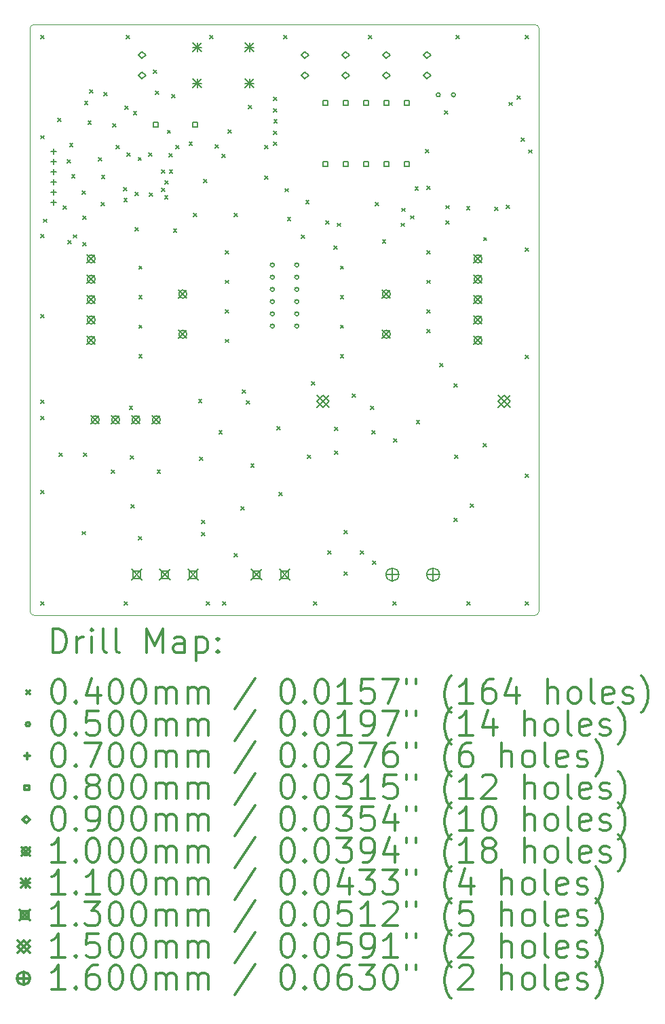
<source format=gbr>
%FSLAX45Y45*%
G04 Gerber Fmt 4.5, Leading zero omitted, Abs format (unit mm)*
G04 Created by KiCad (PCBNEW 5.1.12-84ad8e8a86~92~ubuntu16.04.1) date 2022-11-17 23:35:15*
%MOMM*%
%LPD*%
G01*
G04 APERTURE LIST*
%TA.AperFunction,Profile*%
%ADD10C,0.050000*%
%TD*%
%ADD11C,0.200000*%
%ADD12C,0.300000*%
G04 APERTURE END LIST*
D10*
X19050000Y-5384800D02*
X19050000Y-12649200D01*
X18999200Y-12700000D02*
X12750800Y-12700000D01*
X12700000Y-12649200D02*
X12700000Y-5384800D01*
X12750800Y-5334000D02*
X18999200Y-5334000D01*
X12700000Y-5384800D02*
G75*
G02*
X12750800Y-5334000I50800J0D01*
G01*
X18999200Y-5334000D02*
G75*
G02*
X19050000Y-5384800I0J-50800D01*
G01*
X19050000Y-12649200D02*
G75*
G02*
X18999200Y-12700000I-50800J0D01*
G01*
X12750800Y-12700000D02*
G75*
G02*
X12700000Y-12649200I0J50800D01*
G01*
D11*
X12832400Y-5466400D02*
X12872400Y-5506400D01*
X12872400Y-5466400D02*
X12832400Y-5506400D01*
X12832400Y-6717350D02*
X12872400Y-6757350D01*
X12872400Y-6717350D02*
X12832400Y-6757350D01*
X12832400Y-7949250D02*
X12872400Y-7989250D01*
X12872400Y-7949250D02*
X12832400Y-7989250D01*
X12832400Y-8946200D02*
X12872400Y-8986200D01*
X12872400Y-8946200D02*
X12832400Y-8986200D01*
X12832400Y-10013000D02*
X12872400Y-10053000D01*
X12872400Y-10013000D02*
X12832400Y-10053000D01*
X12832400Y-10216200D02*
X12872400Y-10256200D01*
X12872400Y-10216200D02*
X12832400Y-10256200D01*
X12832400Y-11143300D02*
X12872400Y-11183300D01*
X12872400Y-11143300D02*
X12832400Y-11183300D01*
X12832400Y-12527600D02*
X12872400Y-12567600D01*
X12872400Y-12527600D02*
X12832400Y-12567600D01*
X12868764Y-7760486D02*
X12908764Y-7800486D01*
X12908764Y-7760486D02*
X12868764Y-7800486D01*
X13048300Y-6501450D02*
X13088300Y-6541450D01*
X13088300Y-6501450D02*
X13048300Y-6541450D01*
X13061000Y-10673400D02*
X13101000Y-10713400D01*
X13101000Y-10673400D02*
X13061000Y-10713400D01*
X13111800Y-7593650D02*
X13151800Y-7633650D01*
X13151800Y-7593650D02*
X13111800Y-7633650D01*
X13162600Y-7015800D02*
X13202600Y-7055800D01*
X13202600Y-7015800D02*
X13162600Y-7055800D01*
X13171995Y-8025910D02*
X13211995Y-8065910D01*
X13211995Y-8025910D02*
X13171995Y-8065910D01*
X13194350Y-6812600D02*
X13234350Y-6852600D01*
X13234350Y-6812600D02*
X13194350Y-6852600D01*
X13219750Y-7206300D02*
X13259750Y-7246300D01*
X13259750Y-7206300D02*
X13219750Y-7246300D01*
X13241402Y-7953919D02*
X13281402Y-7993919D01*
X13281402Y-7953919D02*
X13241402Y-7993919D01*
X13353100Y-7409500D02*
X13393100Y-7449500D01*
X13393100Y-7409500D02*
X13353100Y-7449500D01*
X13353100Y-11653840D02*
X13393100Y-11693840D01*
X13393100Y-11653840D02*
X13353100Y-11693840D01*
X13356996Y-8048802D02*
X13396996Y-8088802D01*
X13396996Y-8048802D02*
X13356996Y-8088802D01*
X13359450Y-7720650D02*
X13399450Y-7760650D01*
X13399450Y-7720650D02*
X13359450Y-7760650D01*
X13365800Y-10673400D02*
X13405800Y-10713400D01*
X13405800Y-10673400D02*
X13365800Y-10713400D01*
X13381040Y-6291900D02*
X13421040Y-6331900D01*
X13421040Y-6291900D02*
X13381040Y-6331900D01*
X13422950Y-6533200D02*
X13462950Y-6573200D01*
X13462950Y-6533200D02*
X13422950Y-6573200D01*
X13442000Y-6145850D02*
X13482000Y-6185850D01*
X13482000Y-6145850D02*
X13442000Y-6185850D01*
X13556300Y-6992601D02*
X13596300Y-7032601D01*
X13596300Y-6992601D02*
X13556300Y-7032601D01*
X13588050Y-7549200D02*
X13628050Y-7589200D01*
X13628050Y-7549200D02*
X13588050Y-7589200D01*
X13590796Y-7214041D02*
X13630796Y-7254041D01*
X13630796Y-7214041D02*
X13590796Y-7254041D01*
X13619800Y-6177600D02*
X13659800Y-6217600D01*
X13659800Y-6177600D02*
X13619800Y-6217600D01*
X13716320Y-10889300D02*
X13756320Y-10929300D01*
X13756320Y-10889300D02*
X13716320Y-10929300D01*
X13734100Y-6571300D02*
X13774100Y-6611300D01*
X13774100Y-6571300D02*
X13734100Y-6611300D01*
X13772200Y-6838000D02*
X13812200Y-6878000D01*
X13812200Y-6838000D02*
X13772200Y-6878000D01*
X13866045Y-7363808D02*
X13906045Y-7403808D01*
X13906045Y-7363808D02*
X13866045Y-7403808D01*
X13871272Y-7503808D02*
X13911272Y-7543808D01*
X13911272Y-7503808D02*
X13871272Y-7543808D01*
X13873800Y-12527600D02*
X13913800Y-12567600D01*
X13913800Y-12527600D02*
X13873800Y-12567600D01*
X13886500Y-6349050D02*
X13926500Y-6389050D01*
X13926500Y-6349050D02*
X13886500Y-6389050D01*
X13899200Y-5466400D02*
X13939200Y-5506400D01*
X13939200Y-5466400D02*
X13899200Y-5506400D01*
X13906917Y-6933677D02*
X13946917Y-6973677D01*
X13946917Y-6933677D02*
X13906917Y-6973677D01*
X13939210Y-10089200D02*
X13979210Y-10129200D01*
X13979210Y-10089200D02*
X13939210Y-10129200D01*
X13950000Y-10711500D02*
X13990000Y-10751500D01*
X13990000Y-10711500D02*
X13950000Y-10751500D01*
X13962700Y-11321100D02*
X14002700Y-11361100D01*
X14002700Y-11321100D02*
X13962700Y-11361100D01*
X13988950Y-6418900D02*
X14028950Y-6458900D01*
X14028950Y-6418900D02*
X13988950Y-6458900D01*
X14008200Y-7423999D02*
X14048200Y-7463999D01*
X14048200Y-7423999D02*
X14008200Y-7463999D01*
X14013500Y-7866700D02*
X14053500Y-7906700D01*
X14053500Y-7866700D02*
X14013500Y-7906700D01*
X14048623Y-6990085D02*
X14088623Y-7030085D01*
X14088623Y-6990085D02*
X14048623Y-7030085D01*
X14051600Y-11714800D02*
X14091600Y-11754800D01*
X14091600Y-11714800D02*
X14051600Y-11754800D01*
X14057950Y-8342950D02*
X14097950Y-8382950D01*
X14097950Y-8342950D02*
X14057950Y-8382950D01*
X14057950Y-8711250D02*
X14097950Y-8751250D01*
X14097950Y-8711250D02*
X14057950Y-8751250D01*
X14057950Y-9079550D02*
X14097950Y-9119550D01*
X14097950Y-9079550D02*
X14057950Y-9119550D01*
X14057950Y-9447850D02*
X14097950Y-9487850D01*
X14097950Y-9447850D02*
X14057950Y-9487850D01*
X14181140Y-6934000D02*
X14221140Y-6974000D01*
X14221140Y-6934000D02*
X14181140Y-6974000D01*
X14188201Y-7432743D02*
X14228201Y-7472743D01*
X14228201Y-7432743D02*
X14188201Y-7472743D01*
X14242100Y-5898200D02*
X14282100Y-5938200D01*
X14282100Y-5898200D02*
X14242100Y-5938200D01*
X14267500Y-6164900D02*
X14307500Y-6204900D01*
X14307500Y-6164900D02*
X14267500Y-6204900D01*
X14286550Y-10889300D02*
X14326550Y-10929300D01*
X14326550Y-10889300D02*
X14286550Y-10929300D01*
X14338453Y-7143309D02*
X14378453Y-7183309D01*
X14378453Y-7143309D02*
X14338453Y-7183309D01*
X14342123Y-7374500D02*
X14382123Y-7414500D01*
X14382123Y-7374500D02*
X14342123Y-7414500D01*
X14380280Y-7466934D02*
X14420280Y-7506934D01*
X14420280Y-7466934D02*
X14380280Y-7506934D01*
X14382234Y-7282897D02*
X14422234Y-7322897D01*
X14422234Y-7282897D02*
X14382234Y-7322897D01*
X14412539Y-6650666D02*
X14452539Y-6690666D01*
X14452539Y-6650666D02*
X14412539Y-6690666D01*
X14432600Y-6939600D02*
X14472600Y-6979600D01*
X14472600Y-6939600D02*
X14432600Y-6979600D01*
X14438398Y-7146633D02*
X14478398Y-7186633D01*
X14478398Y-7146633D02*
X14438398Y-7186633D01*
X14470700Y-6203000D02*
X14510700Y-6243000D01*
X14510700Y-6203000D02*
X14470700Y-6243000D01*
X14490208Y-7883267D02*
X14530208Y-7923267D01*
X14530208Y-7883267D02*
X14490208Y-7923267D01*
X14521500Y-6838000D02*
X14561500Y-6878000D01*
X14561500Y-6838000D02*
X14521500Y-6878000D01*
X14683727Y-6799900D02*
X14723727Y-6839900D01*
X14723727Y-6799900D02*
X14683727Y-6839900D01*
X14737400Y-7687442D02*
X14777400Y-7727442D01*
X14777400Y-7687442D02*
X14737400Y-7727442D01*
X14803578Y-10006146D02*
X14843578Y-10046146D01*
X14843578Y-10006146D02*
X14803578Y-10046146D01*
X14813600Y-10724200D02*
X14853600Y-10764200D01*
X14853600Y-10724200D02*
X14813600Y-10764200D01*
X14839000Y-11511600D02*
X14879000Y-11551600D01*
X14879000Y-11511600D02*
X14839000Y-11551600D01*
X14839000Y-11664000D02*
X14879000Y-11704000D01*
X14879000Y-11664000D02*
X14839000Y-11704000D01*
X14864400Y-7264720D02*
X14904400Y-7304720D01*
X14904400Y-7264720D02*
X14864400Y-7304720D01*
X14902500Y-12527600D02*
X14942500Y-12567600D01*
X14942500Y-12527600D02*
X14902500Y-12567600D01*
X14940600Y-5466400D02*
X14980600Y-5506400D01*
X14980600Y-5466400D02*
X14940600Y-5506400D01*
X15012500Y-6831650D02*
X15052500Y-6871650D01*
X15052500Y-6831650D02*
X15012500Y-6871650D01*
X15057440Y-10399080D02*
X15097440Y-10439080D01*
X15097440Y-10399080D02*
X15057440Y-10439080D01*
X15093000Y-6948600D02*
X15133000Y-6988600D01*
X15133000Y-6948600D02*
X15093000Y-6988600D01*
X15105700Y-12527600D02*
X15145700Y-12567600D01*
X15145700Y-12527600D02*
X15105700Y-12567600D01*
X15137450Y-8152450D02*
X15177450Y-8192450D01*
X15177450Y-8152450D02*
X15137450Y-8192450D01*
X15137450Y-8520750D02*
X15177450Y-8560750D01*
X15177450Y-8520750D02*
X15137450Y-8560750D01*
X15137450Y-8889050D02*
X15177450Y-8929050D01*
X15177450Y-8889050D02*
X15137450Y-8929050D01*
X15137450Y-9257350D02*
X15177450Y-9297350D01*
X15177450Y-9257350D02*
X15137450Y-9297350D01*
X15169200Y-6647500D02*
X15209200Y-6687500D01*
X15209200Y-6647500D02*
X15169200Y-6687500D01*
X15245400Y-7687442D02*
X15285400Y-7727442D01*
X15285400Y-7687442D02*
X15245400Y-7727442D01*
X15245400Y-11930700D02*
X15285400Y-11970700D01*
X15285400Y-11930700D02*
X15245400Y-11970700D01*
X15334300Y-11346500D02*
X15374300Y-11386500D01*
X15374300Y-11346500D02*
X15334300Y-11386500D01*
X15347000Y-9886000D02*
X15387000Y-9926000D01*
X15387000Y-9886000D02*
X15347000Y-9926000D01*
X15397800Y-10025700D02*
X15437800Y-10065700D01*
X15437800Y-10025700D02*
X15397800Y-10065700D01*
X15423200Y-6342700D02*
X15463200Y-6382700D01*
X15463200Y-6342700D02*
X15423200Y-6382700D01*
X15454950Y-10813100D02*
X15494950Y-10853100D01*
X15494950Y-10813100D02*
X15454950Y-10853100D01*
X15626400Y-6838000D02*
X15666400Y-6878000D01*
X15666400Y-6838000D02*
X15626400Y-6878000D01*
X15626400Y-7219000D02*
X15666400Y-7259000D01*
X15666400Y-7219000D02*
X15626400Y-7259000D01*
X15740700Y-6241100D02*
X15780700Y-6281100D01*
X15780700Y-6241100D02*
X15740700Y-6281100D01*
X15740700Y-6381100D02*
X15780700Y-6421100D01*
X15780700Y-6381100D02*
X15740700Y-6421100D01*
X15740700Y-6661100D02*
X15780700Y-6701100D01*
X15780700Y-6661100D02*
X15740700Y-6701100D01*
X15740700Y-6801100D02*
X15780700Y-6841100D01*
X15780700Y-6801100D02*
X15740700Y-6841100D01*
X15742786Y-6521100D02*
X15782786Y-6561100D01*
X15782786Y-6521100D02*
X15742786Y-6561100D01*
X15778800Y-10343200D02*
X15818800Y-10383200D01*
X15818800Y-10343200D02*
X15778800Y-10383200D01*
X15804200Y-11168700D02*
X15844200Y-11208700D01*
X15844200Y-11168700D02*
X15804200Y-11208700D01*
X15867700Y-5466400D02*
X15907700Y-5506400D01*
X15907700Y-5466400D02*
X15867700Y-5506400D01*
X15880747Y-7377438D02*
X15920747Y-7417438D01*
X15920747Y-7377438D02*
X15880747Y-7417438D01*
X15912150Y-7739700D02*
X15952150Y-7779700D01*
X15952150Y-7739700D02*
X15912150Y-7779700D01*
X16083600Y-7955600D02*
X16123600Y-7995600D01*
X16123600Y-7955600D02*
X16083600Y-7995600D01*
X16140750Y-7523800D02*
X16180750Y-7563800D01*
X16180750Y-7523800D02*
X16140750Y-7563800D01*
X16159800Y-10698800D02*
X16199800Y-10738800D01*
X16199800Y-10698800D02*
X16159800Y-10738800D01*
X16210600Y-9784400D02*
X16250600Y-9824400D01*
X16250600Y-9784400D02*
X16210600Y-9824400D01*
X16236000Y-12527600D02*
X16276000Y-12567600D01*
X16276000Y-12527600D02*
X16236000Y-12567600D01*
X16388400Y-7777800D02*
X16428400Y-7817800D01*
X16428400Y-7777800D02*
X16388400Y-7817800D01*
X16413800Y-11892600D02*
X16453800Y-11932600D01*
X16453800Y-11892600D02*
X16413800Y-11932600D01*
X16490000Y-8095300D02*
X16530000Y-8135300D01*
X16530000Y-8095300D02*
X16490000Y-8135300D01*
X16502700Y-10355900D02*
X16542700Y-10395900D01*
X16542700Y-10355900D02*
X16502700Y-10395900D01*
X16502700Y-10648000D02*
X16542700Y-10688000D01*
X16542700Y-10648000D02*
X16502700Y-10688000D01*
X16534450Y-7809550D02*
X16574450Y-7849550D01*
X16574450Y-7809550D02*
X16534450Y-7849550D01*
X16572550Y-8342950D02*
X16612550Y-8382950D01*
X16612550Y-8342950D02*
X16572550Y-8382950D01*
X16572550Y-8711250D02*
X16612550Y-8751250D01*
X16612550Y-8711250D02*
X16572550Y-8751250D01*
X16572550Y-9079550D02*
X16612550Y-9119550D01*
X16612550Y-9079550D02*
X16572550Y-9119550D01*
X16572550Y-9447850D02*
X16612550Y-9487850D01*
X16612550Y-9447850D02*
X16572550Y-9487850D01*
X16617000Y-11638600D02*
X16657000Y-11678600D01*
X16657000Y-11638600D02*
X16617000Y-11678600D01*
X16617000Y-12159300D02*
X16657000Y-12199300D01*
X16657000Y-12159300D02*
X16617000Y-12199300D01*
X16718600Y-9936800D02*
X16758600Y-9976800D01*
X16758600Y-9936800D02*
X16718600Y-9976800D01*
X16820200Y-11892600D02*
X16860200Y-11932600D01*
X16860200Y-11892600D02*
X16820200Y-11932600D01*
X16921800Y-5466400D02*
X16961800Y-5506400D01*
X16961800Y-5466400D02*
X16921800Y-5506400D01*
X16947200Y-10089200D02*
X16987200Y-10129200D01*
X16987200Y-10089200D02*
X16947200Y-10129200D01*
X16967520Y-10399080D02*
X17007520Y-10439080D01*
X17007520Y-10399080D02*
X16967520Y-10439080D01*
X16972600Y-12019600D02*
X17012600Y-12059600D01*
X17012600Y-12019600D02*
X16972600Y-12059600D01*
X17010700Y-7549200D02*
X17050700Y-7589200D01*
X17050700Y-7549200D02*
X17010700Y-7589200D01*
X17097663Y-8014687D02*
X17137663Y-8054687D01*
X17137663Y-8014687D02*
X17097663Y-8054687D01*
X17226600Y-12527600D02*
X17266600Y-12567600D01*
X17266600Y-12527600D02*
X17226600Y-12567600D01*
X17239300Y-10495600D02*
X17279300Y-10535600D01*
X17279300Y-10495600D02*
X17239300Y-10535600D01*
X17328200Y-7809550D02*
X17368200Y-7849550D01*
X17368200Y-7809550D02*
X17328200Y-7849550D01*
X17340900Y-7624549D02*
X17380900Y-7664549D01*
X17380900Y-7624549D02*
X17340900Y-7664549D01*
X17445509Y-7717028D02*
X17485509Y-7757028D01*
X17485509Y-7717028D02*
X17445509Y-7757028D01*
X17503460Y-7356160D02*
X17543460Y-7396160D01*
X17543460Y-7356160D02*
X17503460Y-7396160D01*
X17520838Y-10269138D02*
X17560838Y-10309138D01*
X17560838Y-10269138D02*
X17520838Y-10309138D01*
X17633000Y-6888800D02*
X17673000Y-6928800D01*
X17673000Y-6888800D02*
X17633000Y-6928800D01*
X17652050Y-8152450D02*
X17692050Y-8192450D01*
X17692050Y-8152450D02*
X17652050Y-8192450D01*
X17652050Y-8520750D02*
X17692050Y-8560750D01*
X17692050Y-8520750D02*
X17652050Y-8560750D01*
X17652050Y-8889050D02*
X17692050Y-8929050D01*
X17692050Y-8889050D02*
X17652050Y-8929050D01*
X17652050Y-9136700D02*
X17692050Y-9176700D01*
X17692050Y-9136700D02*
X17652050Y-9176700D01*
X17653320Y-7351080D02*
X17693320Y-7391080D01*
X17693320Y-7351080D02*
X17653320Y-7391080D01*
X17810800Y-9555800D02*
X17850800Y-9595800D01*
X17850800Y-9555800D02*
X17810800Y-9595800D01*
X17874300Y-6406200D02*
X17914300Y-6446200D01*
X17914300Y-6406200D02*
X17874300Y-6446200D01*
X17887000Y-7777800D02*
X17927000Y-7817800D01*
X17927000Y-7777800D02*
X17887000Y-7817800D01*
X17889540Y-7589840D02*
X17929540Y-7629840D01*
X17929540Y-7589840D02*
X17889540Y-7629840D01*
X17988600Y-9809800D02*
X18028600Y-9849800D01*
X18028600Y-9809800D02*
X17988600Y-9849800D01*
X17988600Y-11486200D02*
X18028600Y-11526200D01*
X18028600Y-11486200D02*
X17988600Y-11526200D01*
X18001300Y-10698800D02*
X18041300Y-10738800D01*
X18041300Y-10698800D02*
X18001300Y-10738800D01*
X18014000Y-5466400D02*
X18054000Y-5506400D01*
X18054000Y-5466400D02*
X18014000Y-5506400D01*
X18147350Y-7604000D02*
X18187350Y-7644000D01*
X18187350Y-7604000D02*
X18147350Y-7644000D01*
X18153700Y-12527600D02*
X18193700Y-12567600D01*
X18193700Y-12527600D02*
X18153700Y-12567600D01*
X18191800Y-11308400D02*
X18231800Y-11348400D01*
X18231800Y-11308400D02*
X18191800Y-11348400D01*
X18356900Y-10559100D02*
X18396900Y-10599100D01*
X18396900Y-10559100D02*
X18356900Y-10599100D01*
X18358001Y-7989000D02*
X18398001Y-8029000D01*
X18398001Y-7989000D02*
X18358001Y-8029000D01*
X18499140Y-7612700D02*
X18539140Y-7652700D01*
X18539140Y-7612700D02*
X18499140Y-7652700D01*
X18639140Y-7587300D02*
X18679140Y-7627300D01*
X18679140Y-7587300D02*
X18639140Y-7627300D01*
X18674400Y-6303999D02*
X18714400Y-6343999D01*
X18714400Y-6303999D02*
X18674400Y-6343999D01*
X18776000Y-6223320D02*
X18816000Y-6263320D01*
X18816000Y-6223320D02*
X18776000Y-6263320D01*
X18830356Y-6749608D02*
X18870356Y-6789608D01*
X18870356Y-6749608D02*
X18830356Y-6789608D01*
X18877600Y-5466400D02*
X18917600Y-5506400D01*
X18917600Y-5466400D02*
X18877600Y-5506400D01*
X18877600Y-8120700D02*
X18917600Y-8160700D01*
X18917600Y-8120700D02*
X18877600Y-8160700D01*
X18877600Y-9454200D02*
X18917600Y-9494200D01*
X18917600Y-9454200D02*
X18877600Y-9494200D01*
X18877600Y-10940100D02*
X18917600Y-10980100D01*
X18917600Y-10940100D02*
X18877600Y-10980100D01*
X18877600Y-12527600D02*
X18917600Y-12567600D01*
X18917600Y-12527600D02*
X18877600Y-12567600D01*
X18922050Y-6895150D02*
X18962050Y-6935150D01*
X18962050Y-6895150D02*
X18922050Y-6935150D01*
X15747600Y-8331200D02*
G75*
G03*
X15747600Y-8331200I-25000J0D01*
G01*
X15747600Y-8483600D02*
G75*
G03*
X15747600Y-8483600I-25000J0D01*
G01*
X15747600Y-8636000D02*
G75*
G03*
X15747600Y-8636000I-25000J0D01*
G01*
X15747600Y-8788400D02*
G75*
G03*
X15747600Y-8788400I-25000J0D01*
G01*
X15747600Y-8940800D02*
G75*
G03*
X15747600Y-8940800I-25000J0D01*
G01*
X15747600Y-9093200D02*
G75*
G03*
X15747600Y-9093200I-25000J0D01*
G01*
X16052400Y-8331200D02*
G75*
G03*
X16052400Y-8331200I-25000J0D01*
G01*
X16052400Y-8483600D02*
G75*
G03*
X16052400Y-8483600I-25000J0D01*
G01*
X16052400Y-8636000D02*
G75*
G03*
X16052400Y-8636000I-25000J0D01*
G01*
X16052400Y-8788400D02*
G75*
G03*
X16052400Y-8788400I-25000J0D01*
G01*
X16052400Y-8940800D02*
G75*
G03*
X16052400Y-8940800I-25000J0D01*
G01*
X16052400Y-9093200D02*
G75*
G03*
X16052400Y-9093200I-25000J0D01*
G01*
X17818200Y-6210300D02*
G75*
G03*
X17818200Y-6210300I-25000J0D01*
G01*
X18008200Y-6210300D02*
G75*
G03*
X18008200Y-6210300I-25000J0D01*
G01*
X12992100Y-6880150D02*
X12992100Y-6950150D01*
X12957100Y-6915150D02*
X13027100Y-6915150D01*
X12992100Y-7007150D02*
X12992100Y-7077150D01*
X12957100Y-7042150D02*
X13027100Y-7042150D01*
X12992100Y-7134150D02*
X12992100Y-7204150D01*
X12957100Y-7169150D02*
X13027100Y-7169150D01*
X12992100Y-7261150D02*
X12992100Y-7331150D01*
X12957100Y-7296150D02*
X13027100Y-7296150D01*
X12992100Y-7388150D02*
X12992100Y-7458150D01*
X12957100Y-7423150D02*
X13027100Y-7423150D01*
X12992100Y-7515150D02*
X12992100Y-7585150D01*
X12957100Y-7550150D02*
X13027100Y-7550150D01*
X14297684Y-6606884D02*
X14297684Y-6550315D01*
X14241115Y-6550315D01*
X14241115Y-6606884D01*
X14297684Y-6606884D01*
X14785684Y-6606884D02*
X14785684Y-6550315D01*
X14729115Y-6550315D01*
X14729115Y-6606884D01*
X14785684Y-6606884D01*
X16411284Y-6340184D02*
X16411284Y-6283615D01*
X16354715Y-6283615D01*
X16354715Y-6340184D01*
X16411284Y-6340184D01*
X16411284Y-7102184D02*
X16411284Y-7045615D01*
X16354715Y-7045615D01*
X16354715Y-7102184D01*
X16411284Y-7102184D01*
X16665284Y-6340184D02*
X16665284Y-6283615D01*
X16608715Y-6283615D01*
X16608715Y-6340184D01*
X16665284Y-6340184D01*
X16665284Y-7102184D02*
X16665284Y-7045615D01*
X16608715Y-7045615D01*
X16608715Y-7102184D01*
X16665284Y-7102184D01*
X16919285Y-6340184D02*
X16919285Y-6283615D01*
X16862716Y-6283615D01*
X16862716Y-6340184D01*
X16919285Y-6340184D01*
X16919285Y-7102184D02*
X16919285Y-7045615D01*
X16862716Y-7045615D01*
X16862716Y-7102184D01*
X16919285Y-7102184D01*
X17173285Y-6340184D02*
X17173285Y-6283615D01*
X17116716Y-6283615D01*
X17116716Y-6340184D01*
X17173285Y-6340184D01*
X17173285Y-7102184D02*
X17173285Y-7045615D01*
X17116716Y-7045615D01*
X17116716Y-7102184D01*
X17173285Y-7102184D01*
X17427285Y-6340184D02*
X17427285Y-6283615D01*
X17370716Y-6283615D01*
X17370716Y-6340184D01*
X17427285Y-6340184D01*
X17427285Y-7102184D02*
X17427285Y-7045615D01*
X17370716Y-7045615D01*
X17370716Y-7102184D01*
X17427285Y-7102184D01*
X14097000Y-5760000D02*
X14142000Y-5715000D01*
X14097000Y-5670000D01*
X14052000Y-5715000D01*
X14097000Y-5760000D01*
X14097000Y-6014000D02*
X14142000Y-5969000D01*
X14097000Y-5924000D01*
X14052000Y-5969000D01*
X14097000Y-6014000D01*
X16129000Y-5760000D02*
X16174000Y-5715000D01*
X16129000Y-5670000D01*
X16084000Y-5715000D01*
X16129000Y-5760000D01*
X16129000Y-6014000D02*
X16174000Y-5969000D01*
X16129000Y-5924000D01*
X16084000Y-5969000D01*
X16129000Y-6014000D01*
X16637000Y-5760000D02*
X16682000Y-5715000D01*
X16637000Y-5670000D01*
X16592000Y-5715000D01*
X16637000Y-5760000D01*
X16637000Y-6014000D02*
X16682000Y-5969000D01*
X16637000Y-5924000D01*
X16592000Y-5969000D01*
X16637000Y-6014000D01*
X17145000Y-5760000D02*
X17190000Y-5715000D01*
X17145000Y-5670000D01*
X17100000Y-5715000D01*
X17145000Y-5760000D01*
X17145000Y-6014000D02*
X17190000Y-5969000D01*
X17145000Y-5924000D01*
X17100000Y-5969000D01*
X17145000Y-6014000D01*
X17653000Y-5760000D02*
X17698000Y-5715000D01*
X17653000Y-5670000D01*
X17608000Y-5715000D01*
X17653000Y-5760000D01*
X17653000Y-6014000D02*
X17698000Y-5969000D01*
X17653000Y-5924000D01*
X17608000Y-5969000D01*
X17653000Y-6014000D01*
X13412000Y-8205000D02*
X13512000Y-8305000D01*
X13512000Y-8205000D02*
X13412000Y-8305000D01*
X13512000Y-8255000D02*
G75*
G03*
X13512000Y-8255000I-50000J0D01*
G01*
X13412000Y-8459000D02*
X13512000Y-8559000D01*
X13512000Y-8459000D02*
X13412000Y-8559000D01*
X13512000Y-8509000D02*
G75*
G03*
X13512000Y-8509000I-50000J0D01*
G01*
X13412000Y-8713000D02*
X13512000Y-8813000D01*
X13512000Y-8713000D02*
X13412000Y-8813000D01*
X13512000Y-8763000D02*
G75*
G03*
X13512000Y-8763000I-50000J0D01*
G01*
X13412000Y-8967000D02*
X13512000Y-9067000D01*
X13512000Y-8967000D02*
X13412000Y-9067000D01*
X13512000Y-9017000D02*
G75*
G03*
X13512000Y-9017000I-50000J0D01*
G01*
X13412000Y-9221000D02*
X13512000Y-9321000D01*
X13512000Y-9221000D02*
X13412000Y-9321000D01*
X13512000Y-9271000D02*
G75*
G03*
X13512000Y-9271000I-50000J0D01*
G01*
X13462800Y-10211600D02*
X13562800Y-10311600D01*
X13562800Y-10211600D02*
X13462800Y-10311600D01*
X13562800Y-10261600D02*
G75*
G03*
X13562800Y-10261600I-50000J0D01*
G01*
X13716800Y-10211600D02*
X13816800Y-10311600D01*
X13816800Y-10211600D02*
X13716800Y-10311600D01*
X13816800Y-10261600D02*
G75*
G03*
X13816800Y-10261600I-50000J0D01*
G01*
X13970800Y-10211600D02*
X14070800Y-10311600D01*
X14070800Y-10211600D02*
X13970800Y-10311600D01*
X14070800Y-10261600D02*
G75*
G03*
X14070800Y-10261600I-50000J0D01*
G01*
X14224800Y-10211600D02*
X14324800Y-10311600D01*
X14324800Y-10211600D02*
X14224800Y-10311600D01*
X14324800Y-10261600D02*
G75*
G03*
X14324800Y-10261600I-50000J0D01*
G01*
X14555000Y-8644800D02*
X14655000Y-8744800D01*
X14655000Y-8644800D02*
X14555000Y-8744800D01*
X14655000Y-8694800D02*
G75*
G03*
X14655000Y-8694800I-50000J0D01*
G01*
X14555000Y-9144800D02*
X14655000Y-9244800D01*
X14655000Y-9144800D02*
X14555000Y-9244800D01*
X14655000Y-9194800D02*
G75*
G03*
X14655000Y-9194800I-50000J0D01*
G01*
X17095000Y-8644800D02*
X17195000Y-8744800D01*
X17195000Y-8644800D02*
X17095000Y-8744800D01*
X17195000Y-8694800D02*
G75*
G03*
X17195000Y-8694800I-50000J0D01*
G01*
X17095000Y-9144800D02*
X17195000Y-9244800D01*
X17195000Y-9144800D02*
X17095000Y-9244800D01*
X17195000Y-9194800D02*
G75*
G03*
X17195000Y-9194800I-50000J0D01*
G01*
X18238000Y-8205000D02*
X18338000Y-8305000D01*
X18338000Y-8205000D02*
X18238000Y-8305000D01*
X18338000Y-8255000D02*
G75*
G03*
X18338000Y-8255000I-50000J0D01*
G01*
X18238000Y-8459000D02*
X18338000Y-8559000D01*
X18338000Y-8459000D02*
X18238000Y-8559000D01*
X18338000Y-8509000D02*
G75*
G03*
X18338000Y-8509000I-50000J0D01*
G01*
X18238000Y-8713000D02*
X18338000Y-8813000D01*
X18338000Y-8713000D02*
X18238000Y-8813000D01*
X18338000Y-8763000D02*
G75*
G03*
X18338000Y-8763000I-50000J0D01*
G01*
X18238000Y-8967000D02*
X18338000Y-9067000D01*
X18338000Y-8967000D02*
X18238000Y-9067000D01*
X18338000Y-9017000D02*
G75*
G03*
X18338000Y-9017000I-50000J0D01*
G01*
X18238000Y-9221000D02*
X18338000Y-9321000D01*
X18338000Y-9221000D02*
X18238000Y-9321000D01*
X18338000Y-9271000D02*
G75*
G03*
X18338000Y-9271000I-50000J0D01*
G01*
X14733000Y-5562000D02*
X14843000Y-5672000D01*
X14843000Y-5562000D02*
X14733000Y-5672000D01*
X14788000Y-5562000D02*
X14788000Y-5672000D01*
X14733000Y-5617000D02*
X14843000Y-5617000D01*
X14733000Y-6012000D02*
X14843000Y-6122000D01*
X14843000Y-6012000D02*
X14733000Y-6122000D01*
X14788000Y-6012000D02*
X14788000Y-6122000D01*
X14733000Y-6067000D02*
X14843000Y-6067000D01*
X15383000Y-5562000D02*
X15493000Y-5672000D01*
X15493000Y-5562000D02*
X15383000Y-5672000D01*
X15438000Y-5562000D02*
X15438000Y-5672000D01*
X15383000Y-5617000D02*
X15493000Y-5617000D01*
X15383000Y-6012000D02*
X15493000Y-6122000D01*
X15493000Y-6012000D02*
X15383000Y-6122000D01*
X15438000Y-6012000D02*
X15438000Y-6122000D01*
X15383000Y-6067000D02*
X15493000Y-6067000D01*
X13967000Y-12127000D02*
X14097000Y-12257000D01*
X14097000Y-12127000D02*
X13967000Y-12257000D01*
X14077962Y-12237962D02*
X14077962Y-12146038D01*
X13986038Y-12146038D01*
X13986038Y-12237962D01*
X14077962Y-12237962D01*
X14317000Y-12127000D02*
X14447000Y-12257000D01*
X14447000Y-12127000D02*
X14317000Y-12257000D01*
X14427962Y-12237962D02*
X14427962Y-12146038D01*
X14336038Y-12146038D01*
X14336038Y-12237962D01*
X14427962Y-12237962D01*
X14667000Y-12127000D02*
X14797000Y-12257000D01*
X14797000Y-12127000D02*
X14667000Y-12257000D01*
X14777962Y-12237962D02*
X14777962Y-12146038D01*
X14686038Y-12146038D01*
X14686038Y-12237962D01*
X14777962Y-12237962D01*
X15460000Y-12127000D02*
X15590000Y-12257000D01*
X15590000Y-12127000D02*
X15460000Y-12257000D01*
X15570962Y-12237962D02*
X15570962Y-12146038D01*
X15479038Y-12146038D01*
X15479038Y-12237962D01*
X15570962Y-12237962D01*
X15810000Y-12127000D02*
X15940000Y-12257000D01*
X15940000Y-12127000D02*
X15810000Y-12257000D01*
X15920962Y-12237962D02*
X15920962Y-12146038D01*
X15829038Y-12146038D01*
X15829038Y-12237962D01*
X15920962Y-12237962D01*
X16282600Y-9958000D02*
X16432600Y-10108000D01*
X16432600Y-9958000D02*
X16282600Y-10108000D01*
X16357600Y-10108000D02*
X16432600Y-10033000D01*
X16357600Y-9958000D01*
X16282600Y-10033000D01*
X16357600Y-10108000D01*
X18542600Y-9958000D02*
X18692600Y-10108000D01*
X18692600Y-9958000D02*
X18542600Y-10108000D01*
X18617600Y-10108000D02*
X18692600Y-10033000D01*
X18617600Y-9958000D01*
X18542600Y-10033000D01*
X18617600Y-10108000D01*
X17221200Y-12112000D02*
X17221200Y-12272000D01*
X17141200Y-12192000D02*
X17301200Y-12192000D01*
X17301200Y-12192000D02*
G75*
G03*
X17301200Y-12192000I-80000J0D01*
G01*
X17729200Y-12112000D02*
X17729200Y-12272000D01*
X17649200Y-12192000D02*
X17809200Y-12192000D01*
X17809200Y-12192000D02*
G75*
G03*
X17809200Y-12192000I-80000J0D01*
G01*
D12*
X12983928Y-13168214D02*
X12983928Y-12868214D01*
X13055357Y-12868214D01*
X13098214Y-12882500D01*
X13126786Y-12911071D01*
X13141071Y-12939643D01*
X13155357Y-12996786D01*
X13155357Y-13039643D01*
X13141071Y-13096786D01*
X13126786Y-13125357D01*
X13098214Y-13153929D01*
X13055357Y-13168214D01*
X12983928Y-13168214D01*
X13283928Y-13168214D02*
X13283928Y-12968214D01*
X13283928Y-13025357D02*
X13298214Y-12996786D01*
X13312500Y-12982500D01*
X13341071Y-12968214D01*
X13369643Y-12968214D01*
X13469643Y-13168214D02*
X13469643Y-12968214D01*
X13469643Y-12868214D02*
X13455357Y-12882500D01*
X13469643Y-12896786D01*
X13483928Y-12882500D01*
X13469643Y-12868214D01*
X13469643Y-12896786D01*
X13655357Y-13168214D02*
X13626786Y-13153929D01*
X13612500Y-13125357D01*
X13612500Y-12868214D01*
X13812500Y-13168214D02*
X13783928Y-13153929D01*
X13769643Y-13125357D01*
X13769643Y-12868214D01*
X14155357Y-13168214D02*
X14155357Y-12868214D01*
X14255357Y-13082500D01*
X14355357Y-12868214D01*
X14355357Y-13168214D01*
X14626786Y-13168214D02*
X14626786Y-13011071D01*
X14612500Y-12982500D01*
X14583928Y-12968214D01*
X14526786Y-12968214D01*
X14498214Y-12982500D01*
X14626786Y-13153929D02*
X14598214Y-13168214D01*
X14526786Y-13168214D01*
X14498214Y-13153929D01*
X14483928Y-13125357D01*
X14483928Y-13096786D01*
X14498214Y-13068214D01*
X14526786Y-13053929D01*
X14598214Y-13053929D01*
X14626786Y-13039643D01*
X14769643Y-12968214D02*
X14769643Y-13268214D01*
X14769643Y-12982500D02*
X14798214Y-12968214D01*
X14855357Y-12968214D01*
X14883928Y-12982500D01*
X14898214Y-12996786D01*
X14912500Y-13025357D01*
X14912500Y-13111071D01*
X14898214Y-13139643D01*
X14883928Y-13153929D01*
X14855357Y-13168214D01*
X14798214Y-13168214D01*
X14769643Y-13153929D01*
X15041071Y-13139643D02*
X15055357Y-13153929D01*
X15041071Y-13168214D01*
X15026786Y-13153929D01*
X15041071Y-13139643D01*
X15041071Y-13168214D01*
X15041071Y-12982500D02*
X15055357Y-12996786D01*
X15041071Y-13011071D01*
X15026786Y-12996786D01*
X15041071Y-12982500D01*
X15041071Y-13011071D01*
X12657500Y-13642500D02*
X12697500Y-13682500D01*
X12697500Y-13642500D02*
X12657500Y-13682500D01*
X13041071Y-13498214D02*
X13069643Y-13498214D01*
X13098214Y-13512500D01*
X13112500Y-13526786D01*
X13126786Y-13555357D01*
X13141071Y-13612500D01*
X13141071Y-13683929D01*
X13126786Y-13741071D01*
X13112500Y-13769643D01*
X13098214Y-13783929D01*
X13069643Y-13798214D01*
X13041071Y-13798214D01*
X13012500Y-13783929D01*
X12998214Y-13769643D01*
X12983928Y-13741071D01*
X12969643Y-13683929D01*
X12969643Y-13612500D01*
X12983928Y-13555357D01*
X12998214Y-13526786D01*
X13012500Y-13512500D01*
X13041071Y-13498214D01*
X13269643Y-13769643D02*
X13283928Y-13783929D01*
X13269643Y-13798214D01*
X13255357Y-13783929D01*
X13269643Y-13769643D01*
X13269643Y-13798214D01*
X13541071Y-13598214D02*
X13541071Y-13798214D01*
X13469643Y-13483929D02*
X13398214Y-13698214D01*
X13583928Y-13698214D01*
X13755357Y-13498214D02*
X13783928Y-13498214D01*
X13812500Y-13512500D01*
X13826786Y-13526786D01*
X13841071Y-13555357D01*
X13855357Y-13612500D01*
X13855357Y-13683929D01*
X13841071Y-13741071D01*
X13826786Y-13769643D01*
X13812500Y-13783929D01*
X13783928Y-13798214D01*
X13755357Y-13798214D01*
X13726786Y-13783929D01*
X13712500Y-13769643D01*
X13698214Y-13741071D01*
X13683928Y-13683929D01*
X13683928Y-13612500D01*
X13698214Y-13555357D01*
X13712500Y-13526786D01*
X13726786Y-13512500D01*
X13755357Y-13498214D01*
X14041071Y-13498214D02*
X14069643Y-13498214D01*
X14098214Y-13512500D01*
X14112500Y-13526786D01*
X14126786Y-13555357D01*
X14141071Y-13612500D01*
X14141071Y-13683929D01*
X14126786Y-13741071D01*
X14112500Y-13769643D01*
X14098214Y-13783929D01*
X14069643Y-13798214D01*
X14041071Y-13798214D01*
X14012500Y-13783929D01*
X13998214Y-13769643D01*
X13983928Y-13741071D01*
X13969643Y-13683929D01*
X13969643Y-13612500D01*
X13983928Y-13555357D01*
X13998214Y-13526786D01*
X14012500Y-13512500D01*
X14041071Y-13498214D01*
X14269643Y-13798214D02*
X14269643Y-13598214D01*
X14269643Y-13626786D02*
X14283928Y-13612500D01*
X14312500Y-13598214D01*
X14355357Y-13598214D01*
X14383928Y-13612500D01*
X14398214Y-13641071D01*
X14398214Y-13798214D01*
X14398214Y-13641071D02*
X14412500Y-13612500D01*
X14441071Y-13598214D01*
X14483928Y-13598214D01*
X14512500Y-13612500D01*
X14526786Y-13641071D01*
X14526786Y-13798214D01*
X14669643Y-13798214D02*
X14669643Y-13598214D01*
X14669643Y-13626786D02*
X14683928Y-13612500D01*
X14712500Y-13598214D01*
X14755357Y-13598214D01*
X14783928Y-13612500D01*
X14798214Y-13641071D01*
X14798214Y-13798214D01*
X14798214Y-13641071D02*
X14812500Y-13612500D01*
X14841071Y-13598214D01*
X14883928Y-13598214D01*
X14912500Y-13612500D01*
X14926786Y-13641071D01*
X14926786Y-13798214D01*
X15512500Y-13483929D02*
X15255357Y-13869643D01*
X15898214Y-13498214D02*
X15926786Y-13498214D01*
X15955357Y-13512500D01*
X15969643Y-13526786D01*
X15983928Y-13555357D01*
X15998214Y-13612500D01*
X15998214Y-13683929D01*
X15983928Y-13741071D01*
X15969643Y-13769643D01*
X15955357Y-13783929D01*
X15926786Y-13798214D01*
X15898214Y-13798214D01*
X15869643Y-13783929D01*
X15855357Y-13769643D01*
X15841071Y-13741071D01*
X15826786Y-13683929D01*
X15826786Y-13612500D01*
X15841071Y-13555357D01*
X15855357Y-13526786D01*
X15869643Y-13512500D01*
X15898214Y-13498214D01*
X16126786Y-13769643D02*
X16141071Y-13783929D01*
X16126786Y-13798214D01*
X16112500Y-13783929D01*
X16126786Y-13769643D01*
X16126786Y-13798214D01*
X16326786Y-13498214D02*
X16355357Y-13498214D01*
X16383928Y-13512500D01*
X16398214Y-13526786D01*
X16412500Y-13555357D01*
X16426786Y-13612500D01*
X16426786Y-13683929D01*
X16412500Y-13741071D01*
X16398214Y-13769643D01*
X16383928Y-13783929D01*
X16355357Y-13798214D01*
X16326786Y-13798214D01*
X16298214Y-13783929D01*
X16283928Y-13769643D01*
X16269643Y-13741071D01*
X16255357Y-13683929D01*
X16255357Y-13612500D01*
X16269643Y-13555357D01*
X16283928Y-13526786D01*
X16298214Y-13512500D01*
X16326786Y-13498214D01*
X16712500Y-13798214D02*
X16541071Y-13798214D01*
X16626786Y-13798214D02*
X16626786Y-13498214D01*
X16598214Y-13541071D01*
X16569643Y-13569643D01*
X16541071Y-13583929D01*
X16983928Y-13498214D02*
X16841071Y-13498214D01*
X16826786Y-13641071D01*
X16841071Y-13626786D01*
X16869643Y-13612500D01*
X16941071Y-13612500D01*
X16969643Y-13626786D01*
X16983928Y-13641071D01*
X16998214Y-13669643D01*
X16998214Y-13741071D01*
X16983928Y-13769643D01*
X16969643Y-13783929D01*
X16941071Y-13798214D01*
X16869643Y-13798214D01*
X16841071Y-13783929D01*
X16826786Y-13769643D01*
X17098214Y-13498214D02*
X17298214Y-13498214D01*
X17169643Y-13798214D01*
X17398214Y-13498214D02*
X17398214Y-13555357D01*
X17512500Y-13498214D02*
X17512500Y-13555357D01*
X17955357Y-13912500D02*
X17941071Y-13898214D01*
X17912500Y-13855357D01*
X17898214Y-13826786D01*
X17883928Y-13783929D01*
X17869643Y-13712500D01*
X17869643Y-13655357D01*
X17883928Y-13583929D01*
X17898214Y-13541071D01*
X17912500Y-13512500D01*
X17941071Y-13469643D01*
X17955357Y-13455357D01*
X18226786Y-13798214D02*
X18055357Y-13798214D01*
X18141071Y-13798214D02*
X18141071Y-13498214D01*
X18112500Y-13541071D01*
X18083928Y-13569643D01*
X18055357Y-13583929D01*
X18483928Y-13498214D02*
X18426786Y-13498214D01*
X18398214Y-13512500D01*
X18383928Y-13526786D01*
X18355357Y-13569643D01*
X18341071Y-13626786D01*
X18341071Y-13741071D01*
X18355357Y-13769643D01*
X18369643Y-13783929D01*
X18398214Y-13798214D01*
X18455357Y-13798214D01*
X18483928Y-13783929D01*
X18498214Y-13769643D01*
X18512500Y-13741071D01*
X18512500Y-13669643D01*
X18498214Y-13641071D01*
X18483928Y-13626786D01*
X18455357Y-13612500D01*
X18398214Y-13612500D01*
X18369643Y-13626786D01*
X18355357Y-13641071D01*
X18341071Y-13669643D01*
X18769643Y-13598214D02*
X18769643Y-13798214D01*
X18698214Y-13483929D02*
X18626786Y-13698214D01*
X18812500Y-13698214D01*
X19155357Y-13798214D02*
X19155357Y-13498214D01*
X19283928Y-13798214D02*
X19283928Y-13641071D01*
X19269643Y-13612500D01*
X19241071Y-13598214D01*
X19198214Y-13598214D01*
X19169643Y-13612500D01*
X19155357Y-13626786D01*
X19469643Y-13798214D02*
X19441071Y-13783929D01*
X19426786Y-13769643D01*
X19412500Y-13741071D01*
X19412500Y-13655357D01*
X19426786Y-13626786D01*
X19441071Y-13612500D01*
X19469643Y-13598214D01*
X19512500Y-13598214D01*
X19541071Y-13612500D01*
X19555357Y-13626786D01*
X19569643Y-13655357D01*
X19569643Y-13741071D01*
X19555357Y-13769643D01*
X19541071Y-13783929D01*
X19512500Y-13798214D01*
X19469643Y-13798214D01*
X19741071Y-13798214D02*
X19712500Y-13783929D01*
X19698214Y-13755357D01*
X19698214Y-13498214D01*
X19969643Y-13783929D02*
X19941071Y-13798214D01*
X19883928Y-13798214D01*
X19855357Y-13783929D01*
X19841071Y-13755357D01*
X19841071Y-13641071D01*
X19855357Y-13612500D01*
X19883928Y-13598214D01*
X19941071Y-13598214D01*
X19969643Y-13612500D01*
X19983928Y-13641071D01*
X19983928Y-13669643D01*
X19841071Y-13698214D01*
X20098214Y-13783929D02*
X20126786Y-13798214D01*
X20183928Y-13798214D01*
X20212500Y-13783929D01*
X20226786Y-13755357D01*
X20226786Y-13741071D01*
X20212500Y-13712500D01*
X20183928Y-13698214D01*
X20141071Y-13698214D01*
X20112500Y-13683929D01*
X20098214Y-13655357D01*
X20098214Y-13641071D01*
X20112500Y-13612500D01*
X20141071Y-13598214D01*
X20183928Y-13598214D01*
X20212500Y-13612500D01*
X20326786Y-13912500D02*
X20341071Y-13898214D01*
X20369643Y-13855357D01*
X20383928Y-13826786D01*
X20398214Y-13783929D01*
X20412500Y-13712500D01*
X20412500Y-13655357D01*
X20398214Y-13583929D01*
X20383928Y-13541071D01*
X20369643Y-13512500D01*
X20341071Y-13469643D01*
X20326786Y-13455357D01*
X12697500Y-14058500D02*
G75*
G03*
X12697500Y-14058500I-25000J0D01*
G01*
X13041071Y-13894214D02*
X13069643Y-13894214D01*
X13098214Y-13908500D01*
X13112500Y-13922786D01*
X13126786Y-13951357D01*
X13141071Y-14008500D01*
X13141071Y-14079929D01*
X13126786Y-14137071D01*
X13112500Y-14165643D01*
X13098214Y-14179929D01*
X13069643Y-14194214D01*
X13041071Y-14194214D01*
X13012500Y-14179929D01*
X12998214Y-14165643D01*
X12983928Y-14137071D01*
X12969643Y-14079929D01*
X12969643Y-14008500D01*
X12983928Y-13951357D01*
X12998214Y-13922786D01*
X13012500Y-13908500D01*
X13041071Y-13894214D01*
X13269643Y-14165643D02*
X13283928Y-14179929D01*
X13269643Y-14194214D01*
X13255357Y-14179929D01*
X13269643Y-14165643D01*
X13269643Y-14194214D01*
X13555357Y-13894214D02*
X13412500Y-13894214D01*
X13398214Y-14037071D01*
X13412500Y-14022786D01*
X13441071Y-14008500D01*
X13512500Y-14008500D01*
X13541071Y-14022786D01*
X13555357Y-14037071D01*
X13569643Y-14065643D01*
X13569643Y-14137071D01*
X13555357Y-14165643D01*
X13541071Y-14179929D01*
X13512500Y-14194214D01*
X13441071Y-14194214D01*
X13412500Y-14179929D01*
X13398214Y-14165643D01*
X13755357Y-13894214D02*
X13783928Y-13894214D01*
X13812500Y-13908500D01*
X13826786Y-13922786D01*
X13841071Y-13951357D01*
X13855357Y-14008500D01*
X13855357Y-14079929D01*
X13841071Y-14137071D01*
X13826786Y-14165643D01*
X13812500Y-14179929D01*
X13783928Y-14194214D01*
X13755357Y-14194214D01*
X13726786Y-14179929D01*
X13712500Y-14165643D01*
X13698214Y-14137071D01*
X13683928Y-14079929D01*
X13683928Y-14008500D01*
X13698214Y-13951357D01*
X13712500Y-13922786D01*
X13726786Y-13908500D01*
X13755357Y-13894214D01*
X14041071Y-13894214D02*
X14069643Y-13894214D01*
X14098214Y-13908500D01*
X14112500Y-13922786D01*
X14126786Y-13951357D01*
X14141071Y-14008500D01*
X14141071Y-14079929D01*
X14126786Y-14137071D01*
X14112500Y-14165643D01*
X14098214Y-14179929D01*
X14069643Y-14194214D01*
X14041071Y-14194214D01*
X14012500Y-14179929D01*
X13998214Y-14165643D01*
X13983928Y-14137071D01*
X13969643Y-14079929D01*
X13969643Y-14008500D01*
X13983928Y-13951357D01*
X13998214Y-13922786D01*
X14012500Y-13908500D01*
X14041071Y-13894214D01*
X14269643Y-14194214D02*
X14269643Y-13994214D01*
X14269643Y-14022786D02*
X14283928Y-14008500D01*
X14312500Y-13994214D01*
X14355357Y-13994214D01*
X14383928Y-14008500D01*
X14398214Y-14037071D01*
X14398214Y-14194214D01*
X14398214Y-14037071D02*
X14412500Y-14008500D01*
X14441071Y-13994214D01*
X14483928Y-13994214D01*
X14512500Y-14008500D01*
X14526786Y-14037071D01*
X14526786Y-14194214D01*
X14669643Y-14194214D02*
X14669643Y-13994214D01*
X14669643Y-14022786D02*
X14683928Y-14008500D01*
X14712500Y-13994214D01*
X14755357Y-13994214D01*
X14783928Y-14008500D01*
X14798214Y-14037071D01*
X14798214Y-14194214D01*
X14798214Y-14037071D02*
X14812500Y-14008500D01*
X14841071Y-13994214D01*
X14883928Y-13994214D01*
X14912500Y-14008500D01*
X14926786Y-14037071D01*
X14926786Y-14194214D01*
X15512500Y-13879929D02*
X15255357Y-14265643D01*
X15898214Y-13894214D02*
X15926786Y-13894214D01*
X15955357Y-13908500D01*
X15969643Y-13922786D01*
X15983928Y-13951357D01*
X15998214Y-14008500D01*
X15998214Y-14079929D01*
X15983928Y-14137071D01*
X15969643Y-14165643D01*
X15955357Y-14179929D01*
X15926786Y-14194214D01*
X15898214Y-14194214D01*
X15869643Y-14179929D01*
X15855357Y-14165643D01*
X15841071Y-14137071D01*
X15826786Y-14079929D01*
X15826786Y-14008500D01*
X15841071Y-13951357D01*
X15855357Y-13922786D01*
X15869643Y-13908500D01*
X15898214Y-13894214D01*
X16126786Y-14165643D02*
X16141071Y-14179929D01*
X16126786Y-14194214D01*
X16112500Y-14179929D01*
X16126786Y-14165643D01*
X16126786Y-14194214D01*
X16326786Y-13894214D02*
X16355357Y-13894214D01*
X16383928Y-13908500D01*
X16398214Y-13922786D01*
X16412500Y-13951357D01*
X16426786Y-14008500D01*
X16426786Y-14079929D01*
X16412500Y-14137071D01*
X16398214Y-14165643D01*
X16383928Y-14179929D01*
X16355357Y-14194214D01*
X16326786Y-14194214D01*
X16298214Y-14179929D01*
X16283928Y-14165643D01*
X16269643Y-14137071D01*
X16255357Y-14079929D01*
X16255357Y-14008500D01*
X16269643Y-13951357D01*
X16283928Y-13922786D01*
X16298214Y-13908500D01*
X16326786Y-13894214D01*
X16712500Y-14194214D02*
X16541071Y-14194214D01*
X16626786Y-14194214D02*
X16626786Y-13894214D01*
X16598214Y-13937071D01*
X16569643Y-13965643D01*
X16541071Y-13979929D01*
X16855357Y-14194214D02*
X16912500Y-14194214D01*
X16941071Y-14179929D01*
X16955357Y-14165643D01*
X16983928Y-14122786D01*
X16998214Y-14065643D01*
X16998214Y-13951357D01*
X16983928Y-13922786D01*
X16969643Y-13908500D01*
X16941071Y-13894214D01*
X16883928Y-13894214D01*
X16855357Y-13908500D01*
X16841071Y-13922786D01*
X16826786Y-13951357D01*
X16826786Y-14022786D01*
X16841071Y-14051357D01*
X16855357Y-14065643D01*
X16883928Y-14079929D01*
X16941071Y-14079929D01*
X16969643Y-14065643D01*
X16983928Y-14051357D01*
X16998214Y-14022786D01*
X17098214Y-13894214D02*
X17298214Y-13894214D01*
X17169643Y-14194214D01*
X17398214Y-13894214D02*
X17398214Y-13951357D01*
X17512500Y-13894214D02*
X17512500Y-13951357D01*
X17955357Y-14308500D02*
X17941071Y-14294214D01*
X17912500Y-14251357D01*
X17898214Y-14222786D01*
X17883928Y-14179929D01*
X17869643Y-14108500D01*
X17869643Y-14051357D01*
X17883928Y-13979929D01*
X17898214Y-13937071D01*
X17912500Y-13908500D01*
X17941071Y-13865643D01*
X17955357Y-13851357D01*
X18226786Y-14194214D02*
X18055357Y-14194214D01*
X18141071Y-14194214D02*
X18141071Y-13894214D01*
X18112500Y-13937071D01*
X18083928Y-13965643D01*
X18055357Y-13979929D01*
X18483928Y-13994214D02*
X18483928Y-14194214D01*
X18412500Y-13879929D02*
X18341071Y-14094214D01*
X18526786Y-14094214D01*
X18869643Y-14194214D02*
X18869643Y-13894214D01*
X18998214Y-14194214D02*
X18998214Y-14037071D01*
X18983928Y-14008500D01*
X18955357Y-13994214D01*
X18912500Y-13994214D01*
X18883928Y-14008500D01*
X18869643Y-14022786D01*
X19183928Y-14194214D02*
X19155357Y-14179929D01*
X19141071Y-14165643D01*
X19126786Y-14137071D01*
X19126786Y-14051357D01*
X19141071Y-14022786D01*
X19155357Y-14008500D01*
X19183928Y-13994214D01*
X19226786Y-13994214D01*
X19255357Y-14008500D01*
X19269643Y-14022786D01*
X19283928Y-14051357D01*
X19283928Y-14137071D01*
X19269643Y-14165643D01*
X19255357Y-14179929D01*
X19226786Y-14194214D01*
X19183928Y-14194214D01*
X19455357Y-14194214D02*
X19426786Y-14179929D01*
X19412500Y-14151357D01*
X19412500Y-13894214D01*
X19683928Y-14179929D02*
X19655357Y-14194214D01*
X19598214Y-14194214D01*
X19569643Y-14179929D01*
X19555357Y-14151357D01*
X19555357Y-14037071D01*
X19569643Y-14008500D01*
X19598214Y-13994214D01*
X19655357Y-13994214D01*
X19683928Y-14008500D01*
X19698214Y-14037071D01*
X19698214Y-14065643D01*
X19555357Y-14094214D01*
X19812500Y-14179929D02*
X19841071Y-14194214D01*
X19898214Y-14194214D01*
X19926786Y-14179929D01*
X19941071Y-14151357D01*
X19941071Y-14137071D01*
X19926786Y-14108500D01*
X19898214Y-14094214D01*
X19855357Y-14094214D01*
X19826786Y-14079929D01*
X19812500Y-14051357D01*
X19812500Y-14037071D01*
X19826786Y-14008500D01*
X19855357Y-13994214D01*
X19898214Y-13994214D01*
X19926786Y-14008500D01*
X20041071Y-14308500D02*
X20055357Y-14294214D01*
X20083928Y-14251357D01*
X20098214Y-14222786D01*
X20112500Y-14179929D01*
X20126786Y-14108500D01*
X20126786Y-14051357D01*
X20112500Y-13979929D01*
X20098214Y-13937071D01*
X20083928Y-13908500D01*
X20055357Y-13865643D01*
X20041071Y-13851357D01*
X12662500Y-14419500D02*
X12662500Y-14489500D01*
X12627500Y-14454500D02*
X12697500Y-14454500D01*
X13041071Y-14290214D02*
X13069643Y-14290214D01*
X13098214Y-14304500D01*
X13112500Y-14318786D01*
X13126786Y-14347357D01*
X13141071Y-14404500D01*
X13141071Y-14475929D01*
X13126786Y-14533071D01*
X13112500Y-14561643D01*
X13098214Y-14575929D01*
X13069643Y-14590214D01*
X13041071Y-14590214D01*
X13012500Y-14575929D01*
X12998214Y-14561643D01*
X12983928Y-14533071D01*
X12969643Y-14475929D01*
X12969643Y-14404500D01*
X12983928Y-14347357D01*
X12998214Y-14318786D01*
X13012500Y-14304500D01*
X13041071Y-14290214D01*
X13269643Y-14561643D02*
X13283928Y-14575929D01*
X13269643Y-14590214D01*
X13255357Y-14575929D01*
X13269643Y-14561643D01*
X13269643Y-14590214D01*
X13383928Y-14290214D02*
X13583928Y-14290214D01*
X13455357Y-14590214D01*
X13755357Y-14290214D02*
X13783928Y-14290214D01*
X13812500Y-14304500D01*
X13826786Y-14318786D01*
X13841071Y-14347357D01*
X13855357Y-14404500D01*
X13855357Y-14475929D01*
X13841071Y-14533071D01*
X13826786Y-14561643D01*
X13812500Y-14575929D01*
X13783928Y-14590214D01*
X13755357Y-14590214D01*
X13726786Y-14575929D01*
X13712500Y-14561643D01*
X13698214Y-14533071D01*
X13683928Y-14475929D01*
X13683928Y-14404500D01*
X13698214Y-14347357D01*
X13712500Y-14318786D01*
X13726786Y-14304500D01*
X13755357Y-14290214D01*
X14041071Y-14290214D02*
X14069643Y-14290214D01*
X14098214Y-14304500D01*
X14112500Y-14318786D01*
X14126786Y-14347357D01*
X14141071Y-14404500D01*
X14141071Y-14475929D01*
X14126786Y-14533071D01*
X14112500Y-14561643D01*
X14098214Y-14575929D01*
X14069643Y-14590214D01*
X14041071Y-14590214D01*
X14012500Y-14575929D01*
X13998214Y-14561643D01*
X13983928Y-14533071D01*
X13969643Y-14475929D01*
X13969643Y-14404500D01*
X13983928Y-14347357D01*
X13998214Y-14318786D01*
X14012500Y-14304500D01*
X14041071Y-14290214D01*
X14269643Y-14590214D02*
X14269643Y-14390214D01*
X14269643Y-14418786D02*
X14283928Y-14404500D01*
X14312500Y-14390214D01*
X14355357Y-14390214D01*
X14383928Y-14404500D01*
X14398214Y-14433071D01*
X14398214Y-14590214D01*
X14398214Y-14433071D02*
X14412500Y-14404500D01*
X14441071Y-14390214D01*
X14483928Y-14390214D01*
X14512500Y-14404500D01*
X14526786Y-14433071D01*
X14526786Y-14590214D01*
X14669643Y-14590214D02*
X14669643Y-14390214D01*
X14669643Y-14418786D02*
X14683928Y-14404500D01*
X14712500Y-14390214D01*
X14755357Y-14390214D01*
X14783928Y-14404500D01*
X14798214Y-14433071D01*
X14798214Y-14590214D01*
X14798214Y-14433071D02*
X14812500Y-14404500D01*
X14841071Y-14390214D01*
X14883928Y-14390214D01*
X14912500Y-14404500D01*
X14926786Y-14433071D01*
X14926786Y-14590214D01*
X15512500Y-14275929D02*
X15255357Y-14661643D01*
X15898214Y-14290214D02*
X15926786Y-14290214D01*
X15955357Y-14304500D01*
X15969643Y-14318786D01*
X15983928Y-14347357D01*
X15998214Y-14404500D01*
X15998214Y-14475929D01*
X15983928Y-14533071D01*
X15969643Y-14561643D01*
X15955357Y-14575929D01*
X15926786Y-14590214D01*
X15898214Y-14590214D01*
X15869643Y-14575929D01*
X15855357Y-14561643D01*
X15841071Y-14533071D01*
X15826786Y-14475929D01*
X15826786Y-14404500D01*
X15841071Y-14347357D01*
X15855357Y-14318786D01*
X15869643Y-14304500D01*
X15898214Y-14290214D01*
X16126786Y-14561643D02*
X16141071Y-14575929D01*
X16126786Y-14590214D01*
X16112500Y-14575929D01*
X16126786Y-14561643D01*
X16126786Y-14590214D01*
X16326786Y-14290214D02*
X16355357Y-14290214D01*
X16383928Y-14304500D01*
X16398214Y-14318786D01*
X16412500Y-14347357D01*
X16426786Y-14404500D01*
X16426786Y-14475929D01*
X16412500Y-14533071D01*
X16398214Y-14561643D01*
X16383928Y-14575929D01*
X16355357Y-14590214D01*
X16326786Y-14590214D01*
X16298214Y-14575929D01*
X16283928Y-14561643D01*
X16269643Y-14533071D01*
X16255357Y-14475929D01*
X16255357Y-14404500D01*
X16269643Y-14347357D01*
X16283928Y-14318786D01*
X16298214Y-14304500D01*
X16326786Y-14290214D01*
X16541071Y-14318786D02*
X16555357Y-14304500D01*
X16583928Y-14290214D01*
X16655357Y-14290214D01*
X16683928Y-14304500D01*
X16698214Y-14318786D01*
X16712500Y-14347357D01*
X16712500Y-14375929D01*
X16698214Y-14418786D01*
X16526786Y-14590214D01*
X16712500Y-14590214D01*
X16812500Y-14290214D02*
X17012500Y-14290214D01*
X16883928Y-14590214D01*
X17255357Y-14290214D02*
X17198214Y-14290214D01*
X17169643Y-14304500D01*
X17155357Y-14318786D01*
X17126786Y-14361643D01*
X17112500Y-14418786D01*
X17112500Y-14533071D01*
X17126786Y-14561643D01*
X17141071Y-14575929D01*
X17169643Y-14590214D01*
X17226786Y-14590214D01*
X17255357Y-14575929D01*
X17269643Y-14561643D01*
X17283928Y-14533071D01*
X17283928Y-14461643D01*
X17269643Y-14433071D01*
X17255357Y-14418786D01*
X17226786Y-14404500D01*
X17169643Y-14404500D01*
X17141071Y-14418786D01*
X17126786Y-14433071D01*
X17112500Y-14461643D01*
X17398214Y-14290214D02*
X17398214Y-14347357D01*
X17512500Y-14290214D02*
X17512500Y-14347357D01*
X17955357Y-14704500D02*
X17941071Y-14690214D01*
X17912500Y-14647357D01*
X17898214Y-14618786D01*
X17883928Y-14575929D01*
X17869643Y-14504500D01*
X17869643Y-14447357D01*
X17883928Y-14375929D01*
X17898214Y-14333071D01*
X17912500Y-14304500D01*
X17941071Y-14261643D01*
X17955357Y-14247357D01*
X18198214Y-14290214D02*
X18141071Y-14290214D01*
X18112500Y-14304500D01*
X18098214Y-14318786D01*
X18069643Y-14361643D01*
X18055357Y-14418786D01*
X18055357Y-14533071D01*
X18069643Y-14561643D01*
X18083928Y-14575929D01*
X18112500Y-14590214D01*
X18169643Y-14590214D01*
X18198214Y-14575929D01*
X18212500Y-14561643D01*
X18226786Y-14533071D01*
X18226786Y-14461643D01*
X18212500Y-14433071D01*
X18198214Y-14418786D01*
X18169643Y-14404500D01*
X18112500Y-14404500D01*
X18083928Y-14418786D01*
X18069643Y-14433071D01*
X18055357Y-14461643D01*
X18583928Y-14590214D02*
X18583928Y-14290214D01*
X18712500Y-14590214D02*
X18712500Y-14433071D01*
X18698214Y-14404500D01*
X18669643Y-14390214D01*
X18626786Y-14390214D01*
X18598214Y-14404500D01*
X18583928Y-14418786D01*
X18898214Y-14590214D02*
X18869643Y-14575929D01*
X18855357Y-14561643D01*
X18841071Y-14533071D01*
X18841071Y-14447357D01*
X18855357Y-14418786D01*
X18869643Y-14404500D01*
X18898214Y-14390214D01*
X18941071Y-14390214D01*
X18969643Y-14404500D01*
X18983928Y-14418786D01*
X18998214Y-14447357D01*
X18998214Y-14533071D01*
X18983928Y-14561643D01*
X18969643Y-14575929D01*
X18941071Y-14590214D01*
X18898214Y-14590214D01*
X19169643Y-14590214D02*
X19141071Y-14575929D01*
X19126786Y-14547357D01*
X19126786Y-14290214D01*
X19398214Y-14575929D02*
X19369643Y-14590214D01*
X19312500Y-14590214D01*
X19283928Y-14575929D01*
X19269643Y-14547357D01*
X19269643Y-14433071D01*
X19283928Y-14404500D01*
X19312500Y-14390214D01*
X19369643Y-14390214D01*
X19398214Y-14404500D01*
X19412500Y-14433071D01*
X19412500Y-14461643D01*
X19269643Y-14490214D01*
X19526786Y-14575929D02*
X19555357Y-14590214D01*
X19612500Y-14590214D01*
X19641071Y-14575929D01*
X19655357Y-14547357D01*
X19655357Y-14533071D01*
X19641071Y-14504500D01*
X19612500Y-14490214D01*
X19569643Y-14490214D01*
X19541071Y-14475929D01*
X19526786Y-14447357D01*
X19526786Y-14433071D01*
X19541071Y-14404500D01*
X19569643Y-14390214D01*
X19612500Y-14390214D01*
X19641071Y-14404500D01*
X19755357Y-14704500D02*
X19769643Y-14690214D01*
X19798214Y-14647357D01*
X19812500Y-14618786D01*
X19826786Y-14575929D01*
X19841071Y-14504500D01*
X19841071Y-14447357D01*
X19826786Y-14375929D01*
X19812500Y-14333071D01*
X19798214Y-14304500D01*
X19769643Y-14261643D01*
X19755357Y-14247357D01*
X12685784Y-14878785D02*
X12685784Y-14822216D01*
X12629215Y-14822216D01*
X12629215Y-14878785D01*
X12685784Y-14878785D01*
X13041071Y-14686214D02*
X13069643Y-14686214D01*
X13098214Y-14700500D01*
X13112500Y-14714786D01*
X13126786Y-14743357D01*
X13141071Y-14800500D01*
X13141071Y-14871929D01*
X13126786Y-14929071D01*
X13112500Y-14957643D01*
X13098214Y-14971929D01*
X13069643Y-14986214D01*
X13041071Y-14986214D01*
X13012500Y-14971929D01*
X12998214Y-14957643D01*
X12983928Y-14929071D01*
X12969643Y-14871929D01*
X12969643Y-14800500D01*
X12983928Y-14743357D01*
X12998214Y-14714786D01*
X13012500Y-14700500D01*
X13041071Y-14686214D01*
X13269643Y-14957643D02*
X13283928Y-14971929D01*
X13269643Y-14986214D01*
X13255357Y-14971929D01*
X13269643Y-14957643D01*
X13269643Y-14986214D01*
X13455357Y-14814786D02*
X13426786Y-14800500D01*
X13412500Y-14786214D01*
X13398214Y-14757643D01*
X13398214Y-14743357D01*
X13412500Y-14714786D01*
X13426786Y-14700500D01*
X13455357Y-14686214D01*
X13512500Y-14686214D01*
X13541071Y-14700500D01*
X13555357Y-14714786D01*
X13569643Y-14743357D01*
X13569643Y-14757643D01*
X13555357Y-14786214D01*
X13541071Y-14800500D01*
X13512500Y-14814786D01*
X13455357Y-14814786D01*
X13426786Y-14829071D01*
X13412500Y-14843357D01*
X13398214Y-14871929D01*
X13398214Y-14929071D01*
X13412500Y-14957643D01*
X13426786Y-14971929D01*
X13455357Y-14986214D01*
X13512500Y-14986214D01*
X13541071Y-14971929D01*
X13555357Y-14957643D01*
X13569643Y-14929071D01*
X13569643Y-14871929D01*
X13555357Y-14843357D01*
X13541071Y-14829071D01*
X13512500Y-14814786D01*
X13755357Y-14686214D02*
X13783928Y-14686214D01*
X13812500Y-14700500D01*
X13826786Y-14714786D01*
X13841071Y-14743357D01*
X13855357Y-14800500D01*
X13855357Y-14871929D01*
X13841071Y-14929071D01*
X13826786Y-14957643D01*
X13812500Y-14971929D01*
X13783928Y-14986214D01*
X13755357Y-14986214D01*
X13726786Y-14971929D01*
X13712500Y-14957643D01*
X13698214Y-14929071D01*
X13683928Y-14871929D01*
X13683928Y-14800500D01*
X13698214Y-14743357D01*
X13712500Y-14714786D01*
X13726786Y-14700500D01*
X13755357Y-14686214D01*
X14041071Y-14686214D02*
X14069643Y-14686214D01*
X14098214Y-14700500D01*
X14112500Y-14714786D01*
X14126786Y-14743357D01*
X14141071Y-14800500D01*
X14141071Y-14871929D01*
X14126786Y-14929071D01*
X14112500Y-14957643D01*
X14098214Y-14971929D01*
X14069643Y-14986214D01*
X14041071Y-14986214D01*
X14012500Y-14971929D01*
X13998214Y-14957643D01*
X13983928Y-14929071D01*
X13969643Y-14871929D01*
X13969643Y-14800500D01*
X13983928Y-14743357D01*
X13998214Y-14714786D01*
X14012500Y-14700500D01*
X14041071Y-14686214D01*
X14269643Y-14986214D02*
X14269643Y-14786214D01*
X14269643Y-14814786D02*
X14283928Y-14800500D01*
X14312500Y-14786214D01*
X14355357Y-14786214D01*
X14383928Y-14800500D01*
X14398214Y-14829071D01*
X14398214Y-14986214D01*
X14398214Y-14829071D02*
X14412500Y-14800500D01*
X14441071Y-14786214D01*
X14483928Y-14786214D01*
X14512500Y-14800500D01*
X14526786Y-14829071D01*
X14526786Y-14986214D01*
X14669643Y-14986214D02*
X14669643Y-14786214D01*
X14669643Y-14814786D02*
X14683928Y-14800500D01*
X14712500Y-14786214D01*
X14755357Y-14786214D01*
X14783928Y-14800500D01*
X14798214Y-14829071D01*
X14798214Y-14986214D01*
X14798214Y-14829071D02*
X14812500Y-14800500D01*
X14841071Y-14786214D01*
X14883928Y-14786214D01*
X14912500Y-14800500D01*
X14926786Y-14829071D01*
X14926786Y-14986214D01*
X15512500Y-14671929D02*
X15255357Y-15057643D01*
X15898214Y-14686214D02*
X15926786Y-14686214D01*
X15955357Y-14700500D01*
X15969643Y-14714786D01*
X15983928Y-14743357D01*
X15998214Y-14800500D01*
X15998214Y-14871929D01*
X15983928Y-14929071D01*
X15969643Y-14957643D01*
X15955357Y-14971929D01*
X15926786Y-14986214D01*
X15898214Y-14986214D01*
X15869643Y-14971929D01*
X15855357Y-14957643D01*
X15841071Y-14929071D01*
X15826786Y-14871929D01*
X15826786Y-14800500D01*
X15841071Y-14743357D01*
X15855357Y-14714786D01*
X15869643Y-14700500D01*
X15898214Y-14686214D01*
X16126786Y-14957643D02*
X16141071Y-14971929D01*
X16126786Y-14986214D01*
X16112500Y-14971929D01*
X16126786Y-14957643D01*
X16126786Y-14986214D01*
X16326786Y-14686214D02*
X16355357Y-14686214D01*
X16383928Y-14700500D01*
X16398214Y-14714786D01*
X16412500Y-14743357D01*
X16426786Y-14800500D01*
X16426786Y-14871929D01*
X16412500Y-14929071D01*
X16398214Y-14957643D01*
X16383928Y-14971929D01*
X16355357Y-14986214D01*
X16326786Y-14986214D01*
X16298214Y-14971929D01*
X16283928Y-14957643D01*
X16269643Y-14929071D01*
X16255357Y-14871929D01*
X16255357Y-14800500D01*
X16269643Y-14743357D01*
X16283928Y-14714786D01*
X16298214Y-14700500D01*
X16326786Y-14686214D01*
X16526786Y-14686214D02*
X16712500Y-14686214D01*
X16612500Y-14800500D01*
X16655357Y-14800500D01*
X16683928Y-14814786D01*
X16698214Y-14829071D01*
X16712500Y-14857643D01*
X16712500Y-14929071D01*
X16698214Y-14957643D01*
X16683928Y-14971929D01*
X16655357Y-14986214D01*
X16569643Y-14986214D01*
X16541071Y-14971929D01*
X16526786Y-14957643D01*
X16998214Y-14986214D02*
X16826786Y-14986214D01*
X16912500Y-14986214D02*
X16912500Y-14686214D01*
X16883928Y-14729071D01*
X16855357Y-14757643D01*
X16826786Y-14771929D01*
X17269643Y-14686214D02*
X17126786Y-14686214D01*
X17112500Y-14829071D01*
X17126786Y-14814786D01*
X17155357Y-14800500D01*
X17226786Y-14800500D01*
X17255357Y-14814786D01*
X17269643Y-14829071D01*
X17283928Y-14857643D01*
X17283928Y-14929071D01*
X17269643Y-14957643D01*
X17255357Y-14971929D01*
X17226786Y-14986214D01*
X17155357Y-14986214D01*
X17126786Y-14971929D01*
X17112500Y-14957643D01*
X17398214Y-14686214D02*
X17398214Y-14743357D01*
X17512500Y-14686214D02*
X17512500Y-14743357D01*
X17955357Y-15100500D02*
X17941071Y-15086214D01*
X17912500Y-15043357D01*
X17898214Y-15014786D01*
X17883928Y-14971929D01*
X17869643Y-14900500D01*
X17869643Y-14843357D01*
X17883928Y-14771929D01*
X17898214Y-14729071D01*
X17912500Y-14700500D01*
X17941071Y-14657643D01*
X17955357Y-14643357D01*
X18226786Y-14986214D02*
X18055357Y-14986214D01*
X18141071Y-14986214D02*
X18141071Y-14686214D01*
X18112500Y-14729071D01*
X18083928Y-14757643D01*
X18055357Y-14771929D01*
X18341071Y-14714786D02*
X18355357Y-14700500D01*
X18383928Y-14686214D01*
X18455357Y-14686214D01*
X18483928Y-14700500D01*
X18498214Y-14714786D01*
X18512500Y-14743357D01*
X18512500Y-14771929D01*
X18498214Y-14814786D01*
X18326786Y-14986214D01*
X18512500Y-14986214D01*
X18869643Y-14986214D02*
X18869643Y-14686214D01*
X18998214Y-14986214D02*
X18998214Y-14829071D01*
X18983928Y-14800500D01*
X18955357Y-14786214D01*
X18912500Y-14786214D01*
X18883928Y-14800500D01*
X18869643Y-14814786D01*
X19183928Y-14986214D02*
X19155357Y-14971929D01*
X19141071Y-14957643D01*
X19126786Y-14929071D01*
X19126786Y-14843357D01*
X19141071Y-14814786D01*
X19155357Y-14800500D01*
X19183928Y-14786214D01*
X19226786Y-14786214D01*
X19255357Y-14800500D01*
X19269643Y-14814786D01*
X19283928Y-14843357D01*
X19283928Y-14929071D01*
X19269643Y-14957643D01*
X19255357Y-14971929D01*
X19226786Y-14986214D01*
X19183928Y-14986214D01*
X19455357Y-14986214D02*
X19426786Y-14971929D01*
X19412500Y-14943357D01*
X19412500Y-14686214D01*
X19683928Y-14971929D02*
X19655357Y-14986214D01*
X19598214Y-14986214D01*
X19569643Y-14971929D01*
X19555357Y-14943357D01*
X19555357Y-14829071D01*
X19569643Y-14800500D01*
X19598214Y-14786214D01*
X19655357Y-14786214D01*
X19683928Y-14800500D01*
X19698214Y-14829071D01*
X19698214Y-14857643D01*
X19555357Y-14886214D01*
X19812500Y-14971929D02*
X19841071Y-14986214D01*
X19898214Y-14986214D01*
X19926786Y-14971929D01*
X19941071Y-14943357D01*
X19941071Y-14929071D01*
X19926786Y-14900500D01*
X19898214Y-14886214D01*
X19855357Y-14886214D01*
X19826786Y-14871929D01*
X19812500Y-14843357D01*
X19812500Y-14829071D01*
X19826786Y-14800500D01*
X19855357Y-14786214D01*
X19898214Y-14786214D01*
X19926786Y-14800500D01*
X20041071Y-15100500D02*
X20055357Y-15086214D01*
X20083928Y-15043357D01*
X20098214Y-15014786D01*
X20112500Y-14971929D01*
X20126786Y-14900500D01*
X20126786Y-14843357D01*
X20112500Y-14771929D01*
X20098214Y-14729071D01*
X20083928Y-14700500D01*
X20055357Y-14657643D01*
X20041071Y-14643357D01*
X12652500Y-15291500D02*
X12697500Y-15246500D01*
X12652500Y-15201500D01*
X12607500Y-15246500D01*
X12652500Y-15291500D01*
X13041071Y-15082214D02*
X13069643Y-15082214D01*
X13098214Y-15096500D01*
X13112500Y-15110786D01*
X13126786Y-15139357D01*
X13141071Y-15196500D01*
X13141071Y-15267929D01*
X13126786Y-15325071D01*
X13112500Y-15353643D01*
X13098214Y-15367929D01*
X13069643Y-15382214D01*
X13041071Y-15382214D01*
X13012500Y-15367929D01*
X12998214Y-15353643D01*
X12983928Y-15325071D01*
X12969643Y-15267929D01*
X12969643Y-15196500D01*
X12983928Y-15139357D01*
X12998214Y-15110786D01*
X13012500Y-15096500D01*
X13041071Y-15082214D01*
X13269643Y-15353643D02*
X13283928Y-15367929D01*
X13269643Y-15382214D01*
X13255357Y-15367929D01*
X13269643Y-15353643D01*
X13269643Y-15382214D01*
X13426786Y-15382214D02*
X13483928Y-15382214D01*
X13512500Y-15367929D01*
X13526786Y-15353643D01*
X13555357Y-15310786D01*
X13569643Y-15253643D01*
X13569643Y-15139357D01*
X13555357Y-15110786D01*
X13541071Y-15096500D01*
X13512500Y-15082214D01*
X13455357Y-15082214D01*
X13426786Y-15096500D01*
X13412500Y-15110786D01*
X13398214Y-15139357D01*
X13398214Y-15210786D01*
X13412500Y-15239357D01*
X13426786Y-15253643D01*
X13455357Y-15267929D01*
X13512500Y-15267929D01*
X13541071Y-15253643D01*
X13555357Y-15239357D01*
X13569643Y-15210786D01*
X13755357Y-15082214D02*
X13783928Y-15082214D01*
X13812500Y-15096500D01*
X13826786Y-15110786D01*
X13841071Y-15139357D01*
X13855357Y-15196500D01*
X13855357Y-15267929D01*
X13841071Y-15325071D01*
X13826786Y-15353643D01*
X13812500Y-15367929D01*
X13783928Y-15382214D01*
X13755357Y-15382214D01*
X13726786Y-15367929D01*
X13712500Y-15353643D01*
X13698214Y-15325071D01*
X13683928Y-15267929D01*
X13683928Y-15196500D01*
X13698214Y-15139357D01*
X13712500Y-15110786D01*
X13726786Y-15096500D01*
X13755357Y-15082214D01*
X14041071Y-15082214D02*
X14069643Y-15082214D01*
X14098214Y-15096500D01*
X14112500Y-15110786D01*
X14126786Y-15139357D01*
X14141071Y-15196500D01*
X14141071Y-15267929D01*
X14126786Y-15325071D01*
X14112500Y-15353643D01*
X14098214Y-15367929D01*
X14069643Y-15382214D01*
X14041071Y-15382214D01*
X14012500Y-15367929D01*
X13998214Y-15353643D01*
X13983928Y-15325071D01*
X13969643Y-15267929D01*
X13969643Y-15196500D01*
X13983928Y-15139357D01*
X13998214Y-15110786D01*
X14012500Y-15096500D01*
X14041071Y-15082214D01*
X14269643Y-15382214D02*
X14269643Y-15182214D01*
X14269643Y-15210786D02*
X14283928Y-15196500D01*
X14312500Y-15182214D01*
X14355357Y-15182214D01*
X14383928Y-15196500D01*
X14398214Y-15225071D01*
X14398214Y-15382214D01*
X14398214Y-15225071D02*
X14412500Y-15196500D01*
X14441071Y-15182214D01*
X14483928Y-15182214D01*
X14512500Y-15196500D01*
X14526786Y-15225071D01*
X14526786Y-15382214D01*
X14669643Y-15382214D02*
X14669643Y-15182214D01*
X14669643Y-15210786D02*
X14683928Y-15196500D01*
X14712500Y-15182214D01*
X14755357Y-15182214D01*
X14783928Y-15196500D01*
X14798214Y-15225071D01*
X14798214Y-15382214D01*
X14798214Y-15225071D02*
X14812500Y-15196500D01*
X14841071Y-15182214D01*
X14883928Y-15182214D01*
X14912500Y-15196500D01*
X14926786Y-15225071D01*
X14926786Y-15382214D01*
X15512500Y-15067929D02*
X15255357Y-15453643D01*
X15898214Y-15082214D02*
X15926786Y-15082214D01*
X15955357Y-15096500D01*
X15969643Y-15110786D01*
X15983928Y-15139357D01*
X15998214Y-15196500D01*
X15998214Y-15267929D01*
X15983928Y-15325071D01*
X15969643Y-15353643D01*
X15955357Y-15367929D01*
X15926786Y-15382214D01*
X15898214Y-15382214D01*
X15869643Y-15367929D01*
X15855357Y-15353643D01*
X15841071Y-15325071D01*
X15826786Y-15267929D01*
X15826786Y-15196500D01*
X15841071Y-15139357D01*
X15855357Y-15110786D01*
X15869643Y-15096500D01*
X15898214Y-15082214D01*
X16126786Y-15353643D02*
X16141071Y-15367929D01*
X16126786Y-15382214D01*
X16112500Y-15367929D01*
X16126786Y-15353643D01*
X16126786Y-15382214D01*
X16326786Y-15082214D02*
X16355357Y-15082214D01*
X16383928Y-15096500D01*
X16398214Y-15110786D01*
X16412500Y-15139357D01*
X16426786Y-15196500D01*
X16426786Y-15267929D01*
X16412500Y-15325071D01*
X16398214Y-15353643D01*
X16383928Y-15367929D01*
X16355357Y-15382214D01*
X16326786Y-15382214D01*
X16298214Y-15367929D01*
X16283928Y-15353643D01*
X16269643Y-15325071D01*
X16255357Y-15267929D01*
X16255357Y-15196500D01*
X16269643Y-15139357D01*
X16283928Y-15110786D01*
X16298214Y-15096500D01*
X16326786Y-15082214D01*
X16526786Y-15082214D02*
X16712500Y-15082214D01*
X16612500Y-15196500D01*
X16655357Y-15196500D01*
X16683928Y-15210786D01*
X16698214Y-15225071D01*
X16712500Y-15253643D01*
X16712500Y-15325071D01*
X16698214Y-15353643D01*
X16683928Y-15367929D01*
X16655357Y-15382214D01*
X16569643Y-15382214D01*
X16541071Y-15367929D01*
X16526786Y-15353643D01*
X16983928Y-15082214D02*
X16841071Y-15082214D01*
X16826786Y-15225071D01*
X16841071Y-15210786D01*
X16869643Y-15196500D01*
X16941071Y-15196500D01*
X16969643Y-15210786D01*
X16983928Y-15225071D01*
X16998214Y-15253643D01*
X16998214Y-15325071D01*
X16983928Y-15353643D01*
X16969643Y-15367929D01*
X16941071Y-15382214D01*
X16869643Y-15382214D01*
X16841071Y-15367929D01*
X16826786Y-15353643D01*
X17255357Y-15182214D02*
X17255357Y-15382214D01*
X17183928Y-15067929D02*
X17112500Y-15282214D01*
X17298214Y-15282214D01*
X17398214Y-15082214D02*
X17398214Y-15139357D01*
X17512500Y-15082214D02*
X17512500Y-15139357D01*
X17955357Y-15496500D02*
X17941071Y-15482214D01*
X17912500Y-15439357D01*
X17898214Y-15410786D01*
X17883928Y-15367929D01*
X17869643Y-15296500D01*
X17869643Y-15239357D01*
X17883928Y-15167929D01*
X17898214Y-15125071D01*
X17912500Y-15096500D01*
X17941071Y-15053643D01*
X17955357Y-15039357D01*
X18226786Y-15382214D02*
X18055357Y-15382214D01*
X18141071Y-15382214D02*
X18141071Y-15082214D01*
X18112500Y-15125071D01*
X18083928Y-15153643D01*
X18055357Y-15167929D01*
X18412500Y-15082214D02*
X18441071Y-15082214D01*
X18469643Y-15096500D01*
X18483928Y-15110786D01*
X18498214Y-15139357D01*
X18512500Y-15196500D01*
X18512500Y-15267929D01*
X18498214Y-15325071D01*
X18483928Y-15353643D01*
X18469643Y-15367929D01*
X18441071Y-15382214D01*
X18412500Y-15382214D01*
X18383928Y-15367929D01*
X18369643Y-15353643D01*
X18355357Y-15325071D01*
X18341071Y-15267929D01*
X18341071Y-15196500D01*
X18355357Y-15139357D01*
X18369643Y-15110786D01*
X18383928Y-15096500D01*
X18412500Y-15082214D01*
X18869643Y-15382214D02*
X18869643Y-15082214D01*
X18998214Y-15382214D02*
X18998214Y-15225071D01*
X18983928Y-15196500D01*
X18955357Y-15182214D01*
X18912500Y-15182214D01*
X18883928Y-15196500D01*
X18869643Y-15210786D01*
X19183928Y-15382214D02*
X19155357Y-15367929D01*
X19141071Y-15353643D01*
X19126786Y-15325071D01*
X19126786Y-15239357D01*
X19141071Y-15210786D01*
X19155357Y-15196500D01*
X19183928Y-15182214D01*
X19226786Y-15182214D01*
X19255357Y-15196500D01*
X19269643Y-15210786D01*
X19283928Y-15239357D01*
X19283928Y-15325071D01*
X19269643Y-15353643D01*
X19255357Y-15367929D01*
X19226786Y-15382214D01*
X19183928Y-15382214D01*
X19455357Y-15382214D02*
X19426786Y-15367929D01*
X19412500Y-15339357D01*
X19412500Y-15082214D01*
X19683928Y-15367929D02*
X19655357Y-15382214D01*
X19598214Y-15382214D01*
X19569643Y-15367929D01*
X19555357Y-15339357D01*
X19555357Y-15225071D01*
X19569643Y-15196500D01*
X19598214Y-15182214D01*
X19655357Y-15182214D01*
X19683928Y-15196500D01*
X19698214Y-15225071D01*
X19698214Y-15253643D01*
X19555357Y-15282214D01*
X19812500Y-15367929D02*
X19841071Y-15382214D01*
X19898214Y-15382214D01*
X19926786Y-15367929D01*
X19941071Y-15339357D01*
X19941071Y-15325071D01*
X19926786Y-15296500D01*
X19898214Y-15282214D01*
X19855357Y-15282214D01*
X19826786Y-15267929D01*
X19812500Y-15239357D01*
X19812500Y-15225071D01*
X19826786Y-15196500D01*
X19855357Y-15182214D01*
X19898214Y-15182214D01*
X19926786Y-15196500D01*
X20041071Y-15496500D02*
X20055357Y-15482214D01*
X20083928Y-15439357D01*
X20098214Y-15410786D01*
X20112500Y-15367929D01*
X20126786Y-15296500D01*
X20126786Y-15239357D01*
X20112500Y-15167929D01*
X20098214Y-15125071D01*
X20083928Y-15096500D01*
X20055357Y-15053643D01*
X20041071Y-15039357D01*
X12597500Y-15592500D02*
X12697500Y-15692500D01*
X12697500Y-15592500D02*
X12597500Y-15692500D01*
X12697500Y-15642500D02*
G75*
G03*
X12697500Y-15642500I-50000J0D01*
G01*
X13141071Y-15778214D02*
X12969643Y-15778214D01*
X13055357Y-15778214D02*
X13055357Y-15478214D01*
X13026786Y-15521071D01*
X12998214Y-15549643D01*
X12969643Y-15563929D01*
X13269643Y-15749643D02*
X13283928Y-15763929D01*
X13269643Y-15778214D01*
X13255357Y-15763929D01*
X13269643Y-15749643D01*
X13269643Y-15778214D01*
X13469643Y-15478214D02*
X13498214Y-15478214D01*
X13526786Y-15492500D01*
X13541071Y-15506786D01*
X13555357Y-15535357D01*
X13569643Y-15592500D01*
X13569643Y-15663929D01*
X13555357Y-15721071D01*
X13541071Y-15749643D01*
X13526786Y-15763929D01*
X13498214Y-15778214D01*
X13469643Y-15778214D01*
X13441071Y-15763929D01*
X13426786Y-15749643D01*
X13412500Y-15721071D01*
X13398214Y-15663929D01*
X13398214Y-15592500D01*
X13412500Y-15535357D01*
X13426786Y-15506786D01*
X13441071Y-15492500D01*
X13469643Y-15478214D01*
X13755357Y-15478214D02*
X13783928Y-15478214D01*
X13812500Y-15492500D01*
X13826786Y-15506786D01*
X13841071Y-15535357D01*
X13855357Y-15592500D01*
X13855357Y-15663929D01*
X13841071Y-15721071D01*
X13826786Y-15749643D01*
X13812500Y-15763929D01*
X13783928Y-15778214D01*
X13755357Y-15778214D01*
X13726786Y-15763929D01*
X13712500Y-15749643D01*
X13698214Y-15721071D01*
X13683928Y-15663929D01*
X13683928Y-15592500D01*
X13698214Y-15535357D01*
X13712500Y-15506786D01*
X13726786Y-15492500D01*
X13755357Y-15478214D01*
X14041071Y-15478214D02*
X14069643Y-15478214D01*
X14098214Y-15492500D01*
X14112500Y-15506786D01*
X14126786Y-15535357D01*
X14141071Y-15592500D01*
X14141071Y-15663929D01*
X14126786Y-15721071D01*
X14112500Y-15749643D01*
X14098214Y-15763929D01*
X14069643Y-15778214D01*
X14041071Y-15778214D01*
X14012500Y-15763929D01*
X13998214Y-15749643D01*
X13983928Y-15721071D01*
X13969643Y-15663929D01*
X13969643Y-15592500D01*
X13983928Y-15535357D01*
X13998214Y-15506786D01*
X14012500Y-15492500D01*
X14041071Y-15478214D01*
X14269643Y-15778214D02*
X14269643Y-15578214D01*
X14269643Y-15606786D02*
X14283928Y-15592500D01*
X14312500Y-15578214D01*
X14355357Y-15578214D01*
X14383928Y-15592500D01*
X14398214Y-15621071D01*
X14398214Y-15778214D01*
X14398214Y-15621071D02*
X14412500Y-15592500D01*
X14441071Y-15578214D01*
X14483928Y-15578214D01*
X14512500Y-15592500D01*
X14526786Y-15621071D01*
X14526786Y-15778214D01*
X14669643Y-15778214D02*
X14669643Y-15578214D01*
X14669643Y-15606786D02*
X14683928Y-15592500D01*
X14712500Y-15578214D01*
X14755357Y-15578214D01*
X14783928Y-15592500D01*
X14798214Y-15621071D01*
X14798214Y-15778214D01*
X14798214Y-15621071D02*
X14812500Y-15592500D01*
X14841071Y-15578214D01*
X14883928Y-15578214D01*
X14912500Y-15592500D01*
X14926786Y-15621071D01*
X14926786Y-15778214D01*
X15512500Y-15463929D02*
X15255357Y-15849643D01*
X15898214Y-15478214D02*
X15926786Y-15478214D01*
X15955357Y-15492500D01*
X15969643Y-15506786D01*
X15983928Y-15535357D01*
X15998214Y-15592500D01*
X15998214Y-15663929D01*
X15983928Y-15721071D01*
X15969643Y-15749643D01*
X15955357Y-15763929D01*
X15926786Y-15778214D01*
X15898214Y-15778214D01*
X15869643Y-15763929D01*
X15855357Y-15749643D01*
X15841071Y-15721071D01*
X15826786Y-15663929D01*
X15826786Y-15592500D01*
X15841071Y-15535357D01*
X15855357Y-15506786D01*
X15869643Y-15492500D01*
X15898214Y-15478214D01*
X16126786Y-15749643D02*
X16141071Y-15763929D01*
X16126786Y-15778214D01*
X16112500Y-15763929D01*
X16126786Y-15749643D01*
X16126786Y-15778214D01*
X16326786Y-15478214D02*
X16355357Y-15478214D01*
X16383928Y-15492500D01*
X16398214Y-15506786D01*
X16412500Y-15535357D01*
X16426786Y-15592500D01*
X16426786Y-15663929D01*
X16412500Y-15721071D01*
X16398214Y-15749643D01*
X16383928Y-15763929D01*
X16355357Y-15778214D01*
X16326786Y-15778214D01*
X16298214Y-15763929D01*
X16283928Y-15749643D01*
X16269643Y-15721071D01*
X16255357Y-15663929D01*
X16255357Y-15592500D01*
X16269643Y-15535357D01*
X16283928Y-15506786D01*
X16298214Y-15492500D01*
X16326786Y-15478214D01*
X16526786Y-15478214D02*
X16712500Y-15478214D01*
X16612500Y-15592500D01*
X16655357Y-15592500D01*
X16683928Y-15606786D01*
X16698214Y-15621071D01*
X16712500Y-15649643D01*
X16712500Y-15721071D01*
X16698214Y-15749643D01*
X16683928Y-15763929D01*
X16655357Y-15778214D01*
X16569643Y-15778214D01*
X16541071Y-15763929D01*
X16526786Y-15749643D01*
X16855357Y-15778214D02*
X16912500Y-15778214D01*
X16941071Y-15763929D01*
X16955357Y-15749643D01*
X16983928Y-15706786D01*
X16998214Y-15649643D01*
X16998214Y-15535357D01*
X16983928Y-15506786D01*
X16969643Y-15492500D01*
X16941071Y-15478214D01*
X16883928Y-15478214D01*
X16855357Y-15492500D01*
X16841071Y-15506786D01*
X16826786Y-15535357D01*
X16826786Y-15606786D01*
X16841071Y-15635357D01*
X16855357Y-15649643D01*
X16883928Y-15663929D01*
X16941071Y-15663929D01*
X16969643Y-15649643D01*
X16983928Y-15635357D01*
X16998214Y-15606786D01*
X17255357Y-15578214D02*
X17255357Y-15778214D01*
X17183928Y-15463929D02*
X17112500Y-15678214D01*
X17298214Y-15678214D01*
X17398214Y-15478214D02*
X17398214Y-15535357D01*
X17512500Y-15478214D02*
X17512500Y-15535357D01*
X17955357Y-15892500D02*
X17941071Y-15878214D01*
X17912500Y-15835357D01*
X17898214Y-15806786D01*
X17883928Y-15763929D01*
X17869643Y-15692500D01*
X17869643Y-15635357D01*
X17883928Y-15563929D01*
X17898214Y-15521071D01*
X17912500Y-15492500D01*
X17941071Y-15449643D01*
X17955357Y-15435357D01*
X18226786Y-15778214D02*
X18055357Y-15778214D01*
X18141071Y-15778214D02*
X18141071Y-15478214D01*
X18112500Y-15521071D01*
X18083928Y-15549643D01*
X18055357Y-15563929D01*
X18398214Y-15606786D02*
X18369643Y-15592500D01*
X18355357Y-15578214D01*
X18341071Y-15549643D01*
X18341071Y-15535357D01*
X18355357Y-15506786D01*
X18369643Y-15492500D01*
X18398214Y-15478214D01*
X18455357Y-15478214D01*
X18483928Y-15492500D01*
X18498214Y-15506786D01*
X18512500Y-15535357D01*
X18512500Y-15549643D01*
X18498214Y-15578214D01*
X18483928Y-15592500D01*
X18455357Y-15606786D01*
X18398214Y-15606786D01*
X18369643Y-15621071D01*
X18355357Y-15635357D01*
X18341071Y-15663929D01*
X18341071Y-15721071D01*
X18355357Y-15749643D01*
X18369643Y-15763929D01*
X18398214Y-15778214D01*
X18455357Y-15778214D01*
X18483928Y-15763929D01*
X18498214Y-15749643D01*
X18512500Y-15721071D01*
X18512500Y-15663929D01*
X18498214Y-15635357D01*
X18483928Y-15621071D01*
X18455357Y-15606786D01*
X18869643Y-15778214D02*
X18869643Y-15478214D01*
X18998214Y-15778214D02*
X18998214Y-15621071D01*
X18983928Y-15592500D01*
X18955357Y-15578214D01*
X18912500Y-15578214D01*
X18883928Y-15592500D01*
X18869643Y-15606786D01*
X19183928Y-15778214D02*
X19155357Y-15763929D01*
X19141071Y-15749643D01*
X19126786Y-15721071D01*
X19126786Y-15635357D01*
X19141071Y-15606786D01*
X19155357Y-15592500D01*
X19183928Y-15578214D01*
X19226786Y-15578214D01*
X19255357Y-15592500D01*
X19269643Y-15606786D01*
X19283928Y-15635357D01*
X19283928Y-15721071D01*
X19269643Y-15749643D01*
X19255357Y-15763929D01*
X19226786Y-15778214D01*
X19183928Y-15778214D01*
X19455357Y-15778214D02*
X19426786Y-15763929D01*
X19412500Y-15735357D01*
X19412500Y-15478214D01*
X19683928Y-15763929D02*
X19655357Y-15778214D01*
X19598214Y-15778214D01*
X19569643Y-15763929D01*
X19555357Y-15735357D01*
X19555357Y-15621071D01*
X19569643Y-15592500D01*
X19598214Y-15578214D01*
X19655357Y-15578214D01*
X19683928Y-15592500D01*
X19698214Y-15621071D01*
X19698214Y-15649643D01*
X19555357Y-15678214D01*
X19812500Y-15763929D02*
X19841071Y-15778214D01*
X19898214Y-15778214D01*
X19926786Y-15763929D01*
X19941071Y-15735357D01*
X19941071Y-15721071D01*
X19926786Y-15692500D01*
X19898214Y-15678214D01*
X19855357Y-15678214D01*
X19826786Y-15663929D01*
X19812500Y-15635357D01*
X19812500Y-15621071D01*
X19826786Y-15592500D01*
X19855357Y-15578214D01*
X19898214Y-15578214D01*
X19926786Y-15592500D01*
X20041071Y-15892500D02*
X20055357Y-15878214D01*
X20083928Y-15835357D01*
X20098214Y-15806786D01*
X20112500Y-15763929D01*
X20126786Y-15692500D01*
X20126786Y-15635357D01*
X20112500Y-15563929D01*
X20098214Y-15521071D01*
X20083928Y-15492500D01*
X20055357Y-15449643D01*
X20041071Y-15435357D01*
X12587500Y-15983500D02*
X12697500Y-16093500D01*
X12697500Y-15983500D02*
X12587500Y-16093500D01*
X12642500Y-15983500D02*
X12642500Y-16093500D01*
X12587500Y-16038500D02*
X12697500Y-16038500D01*
X13141071Y-16174214D02*
X12969643Y-16174214D01*
X13055357Y-16174214D02*
X13055357Y-15874214D01*
X13026786Y-15917071D01*
X12998214Y-15945643D01*
X12969643Y-15959929D01*
X13269643Y-16145643D02*
X13283928Y-16159929D01*
X13269643Y-16174214D01*
X13255357Y-16159929D01*
X13269643Y-16145643D01*
X13269643Y-16174214D01*
X13569643Y-16174214D02*
X13398214Y-16174214D01*
X13483928Y-16174214D02*
X13483928Y-15874214D01*
X13455357Y-15917071D01*
X13426786Y-15945643D01*
X13398214Y-15959929D01*
X13755357Y-15874214D02*
X13783928Y-15874214D01*
X13812500Y-15888500D01*
X13826786Y-15902786D01*
X13841071Y-15931357D01*
X13855357Y-15988500D01*
X13855357Y-16059929D01*
X13841071Y-16117071D01*
X13826786Y-16145643D01*
X13812500Y-16159929D01*
X13783928Y-16174214D01*
X13755357Y-16174214D01*
X13726786Y-16159929D01*
X13712500Y-16145643D01*
X13698214Y-16117071D01*
X13683928Y-16059929D01*
X13683928Y-15988500D01*
X13698214Y-15931357D01*
X13712500Y-15902786D01*
X13726786Y-15888500D01*
X13755357Y-15874214D01*
X14041071Y-15874214D02*
X14069643Y-15874214D01*
X14098214Y-15888500D01*
X14112500Y-15902786D01*
X14126786Y-15931357D01*
X14141071Y-15988500D01*
X14141071Y-16059929D01*
X14126786Y-16117071D01*
X14112500Y-16145643D01*
X14098214Y-16159929D01*
X14069643Y-16174214D01*
X14041071Y-16174214D01*
X14012500Y-16159929D01*
X13998214Y-16145643D01*
X13983928Y-16117071D01*
X13969643Y-16059929D01*
X13969643Y-15988500D01*
X13983928Y-15931357D01*
X13998214Y-15902786D01*
X14012500Y-15888500D01*
X14041071Y-15874214D01*
X14269643Y-16174214D02*
X14269643Y-15974214D01*
X14269643Y-16002786D02*
X14283928Y-15988500D01*
X14312500Y-15974214D01*
X14355357Y-15974214D01*
X14383928Y-15988500D01*
X14398214Y-16017071D01*
X14398214Y-16174214D01*
X14398214Y-16017071D02*
X14412500Y-15988500D01*
X14441071Y-15974214D01*
X14483928Y-15974214D01*
X14512500Y-15988500D01*
X14526786Y-16017071D01*
X14526786Y-16174214D01*
X14669643Y-16174214D02*
X14669643Y-15974214D01*
X14669643Y-16002786D02*
X14683928Y-15988500D01*
X14712500Y-15974214D01*
X14755357Y-15974214D01*
X14783928Y-15988500D01*
X14798214Y-16017071D01*
X14798214Y-16174214D01*
X14798214Y-16017071D02*
X14812500Y-15988500D01*
X14841071Y-15974214D01*
X14883928Y-15974214D01*
X14912500Y-15988500D01*
X14926786Y-16017071D01*
X14926786Y-16174214D01*
X15512500Y-15859929D02*
X15255357Y-16245643D01*
X15898214Y-15874214D02*
X15926786Y-15874214D01*
X15955357Y-15888500D01*
X15969643Y-15902786D01*
X15983928Y-15931357D01*
X15998214Y-15988500D01*
X15998214Y-16059929D01*
X15983928Y-16117071D01*
X15969643Y-16145643D01*
X15955357Y-16159929D01*
X15926786Y-16174214D01*
X15898214Y-16174214D01*
X15869643Y-16159929D01*
X15855357Y-16145643D01*
X15841071Y-16117071D01*
X15826786Y-16059929D01*
X15826786Y-15988500D01*
X15841071Y-15931357D01*
X15855357Y-15902786D01*
X15869643Y-15888500D01*
X15898214Y-15874214D01*
X16126786Y-16145643D02*
X16141071Y-16159929D01*
X16126786Y-16174214D01*
X16112500Y-16159929D01*
X16126786Y-16145643D01*
X16126786Y-16174214D01*
X16326786Y-15874214D02*
X16355357Y-15874214D01*
X16383928Y-15888500D01*
X16398214Y-15902786D01*
X16412500Y-15931357D01*
X16426786Y-15988500D01*
X16426786Y-16059929D01*
X16412500Y-16117071D01*
X16398214Y-16145643D01*
X16383928Y-16159929D01*
X16355357Y-16174214D01*
X16326786Y-16174214D01*
X16298214Y-16159929D01*
X16283928Y-16145643D01*
X16269643Y-16117071D01*
X16255357Y-16059929D01*
X16255357Y-15988500D01*
X16269643Y-15931357D01*
X16283928Y-15902786D01*
X16298214Y-15888500D01*
X16326786Y-15874214D01*
X16683928Y-15974214D02*
X16683928Y-16174214D01*
X16612500Y-15859929D02*
X16541071Y-16074214D01*
X16726786Y-16074214D01*
X16812500Y-15874214D02*
X16998214Y-15874214D01*
X16898214Y-15988500D01*
X16941071Y-15988500D01*
X16969643Y-16002786D01*
X16983928Y-16017071D01*
X16998214Y-16045643D01*
X16998214Y-16117071D01*
X16983928Y-16145643D01*
X16969643Y-16159929D01*
X16941071Y-16174214D01*
X16855357Y-16174214D01*
X16826786Y-16159929D01*
X16812500Y-16145643D01*
X17098214Y-15874214D02*
X17283928Y-15874214D01*
X17183928Y-15988500D01*
X17226786Y-15988500D01*
X17255357Y-16002786D01*
X17269643Y-16017071D01*
X17283928Y-16045643D01*
X17283928Y-16117071D01*
X17269643Y-16145643D01*
X17255357Y-16159929D01*
X17226786Y-16174214D01*
X17141071Y-16174214D01*
X17112500Y-16159929D01*
X17098214Y-16145643D01*
X17398214Y-15874214D02*
X17398214Y-15931357D01*
X17512500Y-15874214D02*
X17512500Y-15931357D01*
X17955357Y-16288500D02*
X17941071Y-16274214D01*
X17912500Y-16231357D01*
X17898214Y-16202786D01*
X17883928Y-16159929D01*
X17869643Y-16088500D01*
X17869643Y-16031357D01*
X17883928Y-15959929D01*
X17898214Y-15917071D01*
X17912500Y-15888500D01*
X17941071Y-15845643D01*
X17955357Y-15831357D01*
X18198214Y-15974214D02*
X18198214Y-16174214D01*
X18126786Y-15859929D02*
X18055357Y-16074214D01*
X18241071Y-16074214D01*
X18583928Y-16174214D02*
X18583928Y-15874214D01*
X18712500Y-16174214D02*
X18712500Y-16017071D01*
X18698214Y-15988500D01*
X18669643Y-15974214D01*
X18626786Y-15974214D01*
X18598214Y-15988500D01*
X18583928Y-16002786D01*
X18898214Y-16174214D02*
X18869643Y-16159929D01*
X18855357Y-16145643D01*
X18841071Y-16117071D01*
X18841071Y-16031357D01*
X18855357Y-16002786D01*
X18869643Y-15988500D01*
X18898214Y-15974214D01*
X18941071Y-15974214D01*
X18969643Y-15988500D01*
X18983928Y-16002786D01*
X18998214Y-16031357D01*
X18998214Y-16117071D01*
X18983928Y-16145643D01*
X18969643Y-16159929D01*
X18941071Y-16174214D01*
X18898214Y-16174214D01*
X19169643Y-16174214D02*
X19141071Y-16159929D01*
X19126786Y-16131357D01*
X19126786Y-15874214D01*
X19398214Y-16159929D02*
X19369643Y-16174214D01*
X19312500Y-16174214D01*
X19283928Y-16159929D01*
X19269643Y-16131357D01*
X19269643Y-16017071D01*
X19283928Y-15988500D01*
X19312500Y-15974214D01*
X19369643Y-15974214D01*
X19398214Y-15988500D01*
X19412500Y-16017071D01*
X19412500Y-16045643D01*
X19269643Y-16074214D01*
X19526786Y-16159929D02*
X19555357Y-16174214D01*
X19612500Y-16174214D01*
X19641071Y-16159929D01*
X19655357Y-16131357D01*
X19655357Y-16117071D01*
X19641071Y-16088500D01*
X19612500Y-16074214D01*
X19569643Y-16074214D01*
X19541071Y-16059929D01*
X19526786Y-16031357D01*
X19526786Y-16017071D01*
X19541071Y-15988500D01*
X19569643Y-15974214D01*
X19612500Y-15974214D01*
X19641071Y-15988500D01*
X19755357Y-16288500D02*
X19769643Y-16274214D01*
X19798214Y-16231357D01*
X19812500Y-16202786D01*
X19826786Y-16159929D01*
X19841071Y-16088500D01*
X19841071Y-16031357D01*
X19826786Y-15959929D01*
X19812500Y-15917071D01*
X19798214Y-15888500D01*
X19769643Y-15845643D01*
X19755357Y-15831357D01*
X12567500Y-16369500D02*
X12697500Y-16499500D01*
X12697500Y-16369500D02*
X12567500Y-16499500D01*
X12678462Y-16480462D02*
X12678462Y-16388538D01*
X12586537Y-16388538D01*
X12586537Y-16480462D01*
X12678462Y-16480462D01*
X13141071Y-16570214D02*
X12969643Y-16570214D01*
X13055357Y-16570214D02*
X13055357Y-16270214D01*
X13026786Y-16313071D01*
X12998214Y-16341643D01*
X12969643Y-16355929D01*
X13269643Y-16541643D02*
X13283928Y-16555929D01*
X13269643Y-16570214D01*
X13255357Y-16555929D01*
X13269643Y-16541643D01*
X13269643Y-16570214D01*
X13383928Y-16270214D02*
X13569643Y-16270214D01*
X13469643Y-16384500D01*
X13512500Y-16384500D01*
X13541071Y-16398786D01*
X13555357Y-16413071D01*
X13569643Y-16441643D01*
X13569643Y-16513071D01*
X13555357Y-16541643D01*
X13541071Y-16555929D01*
X13512500Y-16570214D01*
X13426786Y-16570214D01*
X13398214Y-16555929D01*
X13383928Y-16541643D01*
X13755357Y-16270214D02*
X13783928Y-16270214D01*
X13812500Y-16284500D01*
X13826786Y-16298786D01*
X13841071Y-16327357D01*
X13855357Y-16384500D01*
X13855357Y-16455929D01*
X13841071Y-16513071D01*
X13826786Y-16541643D01*
X13812500Y-16555929D01*
X13783928Y-16570214D01*
X13755357Y-16570214D01*
X13726786Y-16555929D01*
X13712500Y-16541643D01*
X13698214Y-16513071D01*
X13683928Y-16455929D01*
X13683928Y-16384500D01*
X13698214Y-16327357D01*
X13712500Y-16298786D01*
X13726786Y-16284500D01*
X13755357Y-16270214D01*
X14041071Y-16270214D02*
X14069643Y-16270214D01*
X14098214Y-16284500D01*
X14112500Y-16298786D01*
X14126786Y-16327357D01*
X14141071Y-16384500D01*
X14141071Y-16455929D01*
X14126786Y-16513071D01*
X14112500Y-16541643D01*
X14098214Y-16555929D01*
X14069643Y-16570214D01*
X14041071Y-16570214D01*
X14012500Y-16555929D01*
X13998214Y-16541643D01*
X13983928Y-16513071D01*
X13969643Y-16455929D01*
X13969643Y-16384500D01*
X13983928Y-16327357D01*
X13998214Y-16298786D01*
X14012500Y-16284500D01*
X14041071Y-16270214D01*
X14269643Y-16570214D02*
X14269643Y-16370214D01*
X14269643Y-16398786D02*
X14283928Y-16384500D01*
X14312500Y-16370214D01*
X14355357Y-16370214D01*
X14383928Y-16384500D01*
X14398214Y-16413071D01*
X14398214Y-16570214D01*
X14398214Y-16413071D02*
X14412500Y-16384500D01*
X14441071Y-16370214D01*
X14483928Y-16370214D01*
X14512500Y-16384500D01*
X14526786Y-16413071D01*
X14526786Y-16570214D01*
X14669643Y-16570214D02*
X14669643Y-16370214D01*
X14669643Y-16398786D02*
X14683928Y-16384500D01*
X14712500Y-16370214D01*
X14755357Y-16370214D01*
X14783928Y-16384500D01*
X14798214Y-16413071D01*
X14798214Y-16570214D01*
X14798214Y-16413071D02*
X14812500Y-16384500D01*
X14841071Y-16370214D01*
X14883928Y-16370214D01*
X14912500Y-16384500D01*
X14926786Y-16413071D01*
X14926786Y-16570214D01*
X15512500Y-16255929D02*
X15255357Y-16641643D01*
X15898214Y-16270214D02*
X15926786Y-16270214D01*
X15955357Y-16284500D01*
X15969643Y-16298786D01*
X15983928Y-16327357D01*
X15998214Y-16384500D01*
X15998214Y-16455929D01*
X15983928Y-16513071D01*
X15969643Y-16541643D01*
X15955357Y-16555929D01*
X15926786Y-16570214D01*
X15898214Y-16570214D01*
X15869643Y-16555929D01*
X15855357Y-16541643D01*
X15841071Y-16513071D01*
X15826786Y-16455929D01*
X15826786Y-16384500D01*
X15841071Y-16327357D01*
X15855357Y-16298786D01*
X15869643Y-16284500D01*
X15898214Y-16270214D01*
X16126786Y-16541643D02*
X16141071Y-16555929D01*
X16126786Y-16570214D01*
X16112500Y-16555929D01*
X16126786Y-16541643D01*
X16126786Y-16570214D01*
X16326786Y-16270214D02*
X16355357Y-16270214D01*
X16383928Y-16284500D01*
X16398214Y-16298786D01*
X16412500Y-16327357D01*
X16426786Y-16384500D01*
X16426786Y-16455929D01*
X16412500Y-16513071D01*
X16398214Y-16541643D01*
X16383928Y-16555929D01*
X16355357Y-16570214D01*
X16326786Y-16570214D01*
X16298214Y-16555929D01*
X16283928Y-16541643D01*
X16269643Y-16513071D01*
X16255357Y-16455929D01*
X16255357Y-16384500D01*
X16269643Y-16327357D01*
X16283928Y-16298786D01*
X16298214Y-16284500D01*
X16326786Y-16270214D01*
X16698214Y-16270214D02*
X16555357Y-16270214D01*
X16541071Y-16413071D01*
X16555357Y-16398786D01*
X16583928Y-16384500D01*
X16655357Y-16384500D01*
X16683928Y-16398786D01*
X16698214Y-16413071D01*
X16712500Y-16441643D01*
X16712500Y-16513071D01*
X16698214Y-16541643D01*
X16683928Y-16555929D01*
X16655357Y-16570214D01*
X16583928Y-16570214D01*
X16555357Y-16555929D01*
X16541071Y-16541643D01*
X16998214Y-16570214D02*
X16826786Y-16570214D01*
X16912500Y-16570214D02*
X16912500Y-16270214D01*
X16883928Y-16313071D01*
X16855357Y-16341643D01*
X16826786Y-16355929D01*
X17112500Y-16298786D02*
X17126786Y-16284500D01*
X17155357Y-16270214D01*
X17226786Y-16270214D01*
X17255357Y-16284500D01*
X17269643Y-16298786D01*
X17283928Y-16327357D01*
X17283928Y-16355929D01*
X17269643Y-16398786D01*
X17098214Y-16570214D01*
X17283928Y-16570214D01*
X17398214Y-16270214D02*
X17398214Y-16327357D01*
X17512500Y-16270214D02*
X17512500Y-16327357D01*
X17955357Y-16684500D02*
X17941071Y-16670214D01*
X17912500Y-16627357D01*
X17898214Y-16598786D01*
X17883928Y-16555929D01*
X17869643Y-16484500D01*
X17869643Y-16427357D01*
X17883928Y-16355929D01*
X17898214Y-16313071D01*
X17912500Y-16284500D01*
X17941071Y-16241643D01*
X17955357Y-16227357D01*
X18212500Y-16270214D02*
X18069643Y-16270214D01*
X18055357Y-16413071D01*
X18069643Y-16398786D01*
X18098214Y-16384500D01*
X18169643Y-16384500D01*
X18198214Y-16398786D01*
X18212500Y-16413071D01*
X18226786Y-16441643D01*
X18226786Y-16513071D01*
X18212500Y-16541643D01*
X18198214Y-16555929D01*
X18169643Y-16570214D01*
X18098214Y-16570214D01*
X18069643Y-16555929D01*
X18055357Y-16541643D01*
X18583928Y-16570214D02*
X18583928Y-16270214D01*
X18712500Y-16570214D02*
X18712500Y-16413071D01*
X18698214Y-16384500D01*
X18669643Y-16370214D01*
X18626786Y-16370214D01*
X18598214Y-16384500D01*
X18583928Y-16398786D01*
X18898214Y-16570214D02*
X18869643Y-16555929D01*
X18855357Y-16541643D01*
X18841071Y-16513071D01*
X18841071Y-16427357D01*
X18855357Y-16398786D01*
X18869643Y-16384500D01*
X18898214Y-16370214D01*
X18941071Y-16370214D01*
X18969643Y-16384500D01*
X18983928Y-16398786D01*
X18998214Y-16427357D01*
X18998214Y-16513071D01*
X18983928Y-16541643D01*
X18969643Y-16555929D01*
X18941071Y-16570214D01*
X18898214Y-16570214D01*
X19169643Y-16570214D02*
X19141071Y-16555929D01*
X19126786Y-16527357D01*
X19126786Y-16270214D01*
X19398214Y-16555929D02*
X19369643Y-16570214D01*
X19312500Y-16570214D01*
X19283928Y-16555929D01*
X19269643Y-16527357D01*
X19269643Y-16413071D01*
X19283928Y-16384500D01*
X19312500Y-16370214D01*
X19369643Y-16370214D01*
X19398214Y-16384500D01*
X19412500Y-16413071D01*
X19412500Y-16441643D01*
X19269643Y-16470214D01*
X19526786Y-16555929D02*
X19555357Y-16570214D01*
X19612500Y-16570214D01*
X19641071Y-16555929D01*
X19655357Y-16527357D01*
X19655357Y-16513071D01*
X19641071Y-16484500D01*
X19612500Y-16470214D01*
X19569643Y-16470214D01*
X19541071Y-16455929D01*
X19526786Y-16427357D01*
X19526786Y-16413071D01*
X19541071Y-16384500D01*
X19569643Y-16370214D01*
X19612500Y-16370214D01*
X19641071Y-16384500D01*
X19755357Y-16684500D02*
X19769643Y-16670214D01*
X19798214Y-16627357D01*
X19812500Y-16598786D01*
X19826786Y-16555929D01*
X19841071Y-16484500D01*
X19841071Y-16427357D01*
X19826786Y-16355929D01*
X19812500Y-16313071D01*
X19798214Y-16284500D01*
X19769643Y-16241643D01*
X19755357Y-16227357D01*
X12547500Y-16755500D02*
X12697500Y-16905500D01*
X12697500Y-16755500D02*
X12547500Y-16905500D01*
X12622500Y-16905500D02*
X12697500Y-16830500D01*
X12622500Y-16755500D01*
X12547500Y-16830500D01*
X12622500Y-16905500D01*
X13141071Y-16966214D02*
X12969643Y-16966214D01*
X13055357Y-16966214D02*
X13055357Y-16666214D01*
X13026786Y-16709071D01*
X12998214Y-16737643D01*
X12969643Y-16751929D01*
X13269643Y-16937643D02*
X13283928Y-16951929D01*
X13269643Y-16966214D01*
X13255357Y-16951929D01*
X13269643Y-16937643D01*
X13269643Y-16966214D01*
X13555357Y-16666214D02*
X13412500Y-16666214D01*
X13398214Y-16809072D01*
X13412500Y-16794786D01*
X13441071Y-16780500D01*
X13512500Y-16780500D01*
X13541071Y-16794786D01*
X13555357Y-16809072D01*
X13569643Y-16837643D01*
X13569643Y-16909072D01*
X13555357Y-16937643D01*
X13541071Y-16951929D01*
X13512500Y-16966214D01*
X13441071Y-16966214D01*
X13412500Y-16951929D01*
X13398214Y-16937643D01*
X13755357Y-16666214D02*
X13783928Y-16666214D01*
X13812500Y-16680500D01*
X13826786Y-16694786D01*
X13841071Y-16723357D01*
X13855357Y-16780500D01*
X13855357Y-16851929D01*
X13841071Y-16909072D01*
X13826786Y-16937643D01*
X13812500Y-16951929D01*
X13783928Y-16966214D01*
X13755357Y-16966214D01*
X13726786Y-16951929D01*
X13712500Y-16937643D01*
X13698214Y-16909072D01*
X13683928Y-16851929D01*
X13683928Y-16780500D01*
X13698214Y-16723357D01*
X13712500Y-16694786D01*
X13726786Y-16680500D01*
X13755357Y-16666214D01*
X14041071Y-16666214D02*
X14069643Y-16666214D01*
X14098214Y-16680500D01*
X14112500Y-16694786D01*
X14126786Y-16723357D01*
X14141071Y-16780500D01*
X14141071Y-16851929D01*
X14126786Y-16909072D01*
X14112500Y-16937643D01*
X14098214Y-16951929D01*
X14069643Y-16966214D01*
X14041071Y-16966214D01*
X14012500Y-16951929D01*
X13998214Y-16937643D01*
X13983928Y-16909072D01*
X13969643Y-16851929D01*
X13969643Y-16780500D01*
X13983928Y-16723357D01*
X13998214Y-16694786D01*
X14012500Y-16680500D01*
X14041071Y-16666214D01*
X14269643Y-16966214D02*
X14269643Y-16766214D01*
X14269643Y-16794786D02*
X14283928Y-16780500D01*
X14312500Y-16766214D01*
X14355357Y-16766214D01*
X14383928Y-16780500D01*
X14398214Y-16809072D01*
X14398214Y-16966214D01*
X14398214Y-16809072D02*
X14412500Y-16780500D01*
X14441071Y-16766214D01*
X14483928Y-16766214D01*
X14512500Y-16780500D01*
X14526786Y-16809072D01*
X14526786Y-16966214D01*
X14669643Y-16966214D02*
X14669643Y-16766214D01*
X14669643Y-16794786D02*
X14683928Y-16780500D01*
X14712500Y-16766214D01*
X14755357Y-16766214D01*
X14783928Y-16780500D01*
X14798214Y-16809072D01*
X14798214Y-16966214D01*
X14798214Y-16809072D02*
X14812500Y-16780500D01*
X14841071Y-16766214D01*
X14883928Y-16766214D01*
X14912500Y-16780500D01*
X14926786Y-16809072D01*
X14926786Y-16966214D01*
X15512500Y-16651929D02*
X15255357Y-17037643D01*
X15898214Y-16666214D02*
X15926786Y-16666214D01*
X15955357Y-16680500D01*
X15969643Y-16694786D01*
X15983928Y-16723357D01*
X15998214Y-16780500D01*
X15998214Y-16851929D01*
X15983928Y-16909072D01*
X15969643Y-16937643D01*
X15955357Y-16951929D01*
X15926786Y-16966214D01*
X15898214Y-16966214D01*
X15869643Y-16951929D01*
X15855357Y-16937643D01*
X15841071Y-16909072D01*
X15826786Y-16851929D01*
X15826786Y-16780500D01*
X15841071Y-16723357D01*
X15855357Y-16694786D01*
X15869643Y-16680500D01*
X15898214Y-16666214D01*
X16126786Y-16937643D02*
X16141071Y-16951929D01*
X16126786Y-16966214D01*
X16112500Y-16951929D01*
X16126786Y-16937643D01*
X16126786Y-16966214D01*
X16326786Y-16666214D02*
X16355357Y-16666214D01*
X16383928Y-16680500D01*
X16398214Y-16694786D01*
X16412500Y-16723357D01*
X16426786Y-16780500D01*
X16426786Y-16851929D01*
X16412500Y-16909072D01*
X16398214Y-16937643D01*
X16383928Y-16951929D01*
X16355357Y-16966214D01*
X16326786Y-16966214D01*
X16298214Y-16951929D01*
X16283928Y-16937643D01*
X16269643Y-16909072D01*
X16255357Y-16851929D01*
X16255357Y-16780500D01*
X16269643Y-16723357D01*
X16283928Y-16694786D01*
X16298214Y-16680500D01*
X16326786Y-16666214D01*
X16698214Y-16666214D02*
X16555357Y-16666214D01*
X16541071Y-16809072D01*
X16555357Y-16794786D01*
X16583928Y-16780500D01*
X16655357Y-16780500D01*
X16683928Y-16794786D01*
X16698214Y-16809072D01*
X16712500Y-16837643D01*
X16712500Y-16909072D01*
X16698214Y-16937643D01*
X16683928Y-16951929D01*
X16655357Y-16966214D01*
X16583928Y-16966214D01*
X16555357Y-16951929D01*
X16541071Y-16937643D01*
X16855357Y-16966214D02*
X16912500Y-16966214D01*
X16941071Y-16951929D01*
X16955357Y-16937643D01*
X16983928Y-16894786D01*
X16998214Y-16837643D01*
X16998214Y-16723357D01*
X16983928Y-16694786D01*
X16969643Y-16680500D01*
X16941071Y-16666214D01*
X16883928Y-16666214D01*
X16855357Y-16680500D01*
X16841071Y-16694786D01*
X16826786Y-16723357D01*
X16826786Y-16794786D01*
X16841071Y-16823357D01*
X16855357Y-16837643D01*
X16883928Y-16851929D01*
X16941071Y-16851929D01*
X16969643Y-16837643D01*
X16983928Y-16823357D01*
X16998214Y-16794786D01*
X17283928Y-16966214D02*
X17112500Y-16966214D01*
X17198214Y-16966214D02*
X17198214Y-16666214D01*
X17169643Y-16709071D01*
X17141071Y-16737643D01*
X17112500Y-16751929D01*
X17398214Y-16666214D02*
X17398214Y-16723357D01*
X17512500Y-16666214D02*
X17512500Y-16723357D01*
X17955357Y-17080500D02*
X17941071Y-17066214D01*
X17912500Y-17023357D01*
X17898214Y-16994786D01*
X17883928Y-16951929D01*
X17869643Y-16880500D01*
X17869643Y-16823357D01*
X17883928Y-16751929D01*
X17898214Y-16709071D01*
X17912500Y-16680500D01*
X17941071Y-16637643D01*
X17955357Y-16623357D01*
X18055357Y-16694786D02*
X18069643Y-16680500D01*
X18098214Y-16666214D01*
X18169643Y-16666214D01*
X18198214Y-16680500D01*
X18212500Y-16694786D01*
X18226786Y-16723357D01*
X18226786Y-16751929D01*
X18212500Y-16794786D01*
X18041071Y-16966214D01*
X18226786Y-16966214D01*
X18583928Y-16966214D02*
X18583928Y-16666214D01*
X18712500Y-16966214D02*
X18712500Y-16809072D01*
X18698214Y-16780500D01*
X18669643Y-16766214D01*
X18626786Y-16766214D01*
X18598214Y-16780500D01*
X18583928Y-16794786D01*
X18898214Y-16966214D02*
X18869643Y-16951929D01*
X18855357Y-16937643D01*
X18841071Y-16909072D01*
X18841071Y-16823357D01*
X18855357Y-16794786D01*
X18869643Y-16780500D01*
X18898214Y-16766214D01*
X18941071Y-16766214D01*
X18969643Y-16780500D01*
X18983928Y-16794786D01*
X18998214Y-16823357D01*
X18998214Y-16909072D01*
X18983928Y-16937643D01*
X18969643Y-16951929D01*
X18941071Y-16966214D01*
X18898214Y-16966214D01*
X19169643Y-16966214D02*
X19141071Y-16951929D01*
X19126786Y-16923357D01*
X19126786Y-16666214D01*
X19398214Y-16951929D02*
X19369643Y-16966214D01*
X19312500Y-16966214D01*
X19283928Y-16951929D01*
X19269643Y-16923357D01*
X19269643Y-16809072D01*
X19283928Y-16780500D01*
X19312500Y-16766214D01*
X19369643Y-16766214D01*
X19398214Y-16780500D01*
X19412500Y-16809072D01*
X19412500Y-16837643D01*
X19269643Y-16866214D01*
X19526786Y-16951929D02*
X19555357Y-16966214D01*
X19612500Y-16966214D01*
X19641071Y-16951929D01*
X19655357Y-16923357D01*
X19655357Y-16909072D01*
X19641071Y-16880500D01*
X19612500Y-16866214D01*
X19569643Y-16866214D01*
X19541071Y-16851929D01*
X19526786Y-16823357D01*
X19526786Y-16809072D01*
X19541071Y-16780500D01*
X19569643Y-16766214D01*
X19612500Y-16766214D01*
X19641071Y-16780500D01*
X19755357Y-17080500D02*
X19769643Y-17066214D01*
X19798214Y-17023357D01*
X19812500Y-16994786D01*
X19826786Y-16951929D01*
X19841071Y-16880500D01*
X19841071Y-16823357D01*
X19826786Y-16751929D01*
X19812500Y-16709071D01*
X19798214Y-16680500D01*
X19769643Y-16637643D01*
X19755357Y-16623357D01*
X12617500Y-17146500D02*
X12617500Y-17306500D01*
X12537500Y-17226500D02*
X12697500Y-17226500D01*
X12697500Y-17226500D02*
G75*
G03*
X12697500Y-17226500I-80000J0D01*
G01*
X13141071Y-17362214D02*
X12969643Y-17362214D01*
X13055357Y-17362214D02*
X13055357Y-17062214D01*
X13026786Y-17105072D01*
X12998214Y-17133643D01*
X12969643Y-17147929D01*
X13269643Y-17333643D02*
X13283928Y-17347929D01*
X13269643Y-17362214D01*
X13255357Y-17347929D01*
X13269643Y-17333643D01*
X13269643Y-17362214D01*
X13541071Y-17062214D02*
X13483928Y-17062214D01*
X13455357Y-17076500D01*
X13441071Y-17090786D01*
X13412500Y-17133643D01*
X13398214Y-17190786D01*
X13398214Y-17305072D01*
X13412500Y-17333643D01*
X13426786Y-17347929D01*
X13455357Y-17362214D01*
X13512500Y-17362214D01*
X13541071Y-17347929D01*
X13555357Y-17333643D01*
X13569643Y-17305072D01*
X13569643Y-17233643D01*
X13555357Y-17205072D01*
X13541071Y-17190786D01*
X13512500Y-17176500D01*
X13455357Y-17176500D01*
X13426786Y-17190786D01*
X13412500Y-17205072D01*
X13398214Y-17233643D01*
X13755357Y-17062214D02*
X13783928Y-17062214D01*
X13812500Y-17076500D01*
X13826786Y-17090786D01*
X13841071Y-17119357D01*
X13855357Y-17176500D01*
X13855357Y-17247929D01*
X13841071Y-17305072D01*
X13826786Y-17333643D01*
X13812500Y-17347929D01*
X13783928Y-17362214D01*
X13755357Y-17362214D01*
X13726786Y-17347929D01*
X13712500Y-17333643D01*
X13698214Y-17305072D01*
X13683928Y-17247929D01*
X13683928Y-17176500D01*
X13698214Y-17119357D01*
X13712500Y-17090786D01*
X13726786Y-17076500D01*
X13755357Y-17062214D01*
X14041071Y-17062214D02*
X14069643Y-17062214D01*
X14098214Y-17076500D01*
X14112500Y-17090786D01*
X14126786Y-17119357D01*
X14141071Y-17176500D01*
X14141071Y-17247929D01*
X14126786Y-17305072D01*
X14112500Y-17333643D01*
X14098214Y-17347929D01*
X14069643Y-17362214D01*
X14041071Y-17362214D01*
X14012500Y-17347929D01*
X13998214Y-17333643D01*
X13983928Y-17305072D01*
X13969643Y-17247929D01*
X13969643Y-17176500D01*
X13983928Y-17119357D01*
X13998214Y-17090786D01*
X14012500Y-17076500D01*
X14041071Y-17062214D01*
X14269643Y-17362214D02*
X14269643Y-17162214D01*
X14269643Y-17190786D02*
X14283928Y-17176500D01*
X14312500Y-17162214D01*
X14355357Y-17162214D01*
X14383928Y-17176500D01*
X14398214Y-17205072D01*
X14398214Y-17362214D01*
X14398214Y-17205072D02*
X14412500Y-17176500D01*
X14441071Y-17162214D01*
X14483928Y-17162214D01*
X14512500Y-17176500D01*
X14526786Y-17205072D01*
X14526786Y-17362214D01*
X14669643Y-17362214D02*
X14669643Y-17162214D01*
X14669643Y-17190786D02*
X14683928Y-17176500D01*
X14712500Y-17162214D01*
X14755357Y-17162214D01*
X14783928Y-17176500D01*
X14798214Y-17205072D01*
X14798214Y-17362214D01*
X14798214Y-17205072D02*
X14812500Y-17176500D01*
X14841071Y-17162214D01*
X14883928Y-17162214D01*
X14912500Y-17176500D01*
X14926786Y-17205072D01*
X14926786Y-17362214D01*
X15512500Y-17047929D02*
X15255357Y-17433643D01*
X15898214Y-17062214D02*
X15926786Y-17062214D01*
X15955357Y-17076500D01*
X15969643Y-17090786D01*
X15983928Y-17119357D01*
X15998214Y-17176500D01*
X15998214Y-17247929D01*
X15983928Y-17305072D01*
X15969643Y-17333643D01*
X15955357Y-17347929D01*
X15926786Y-17362214D01*
X15898214Y-17362214D01*
X15869643Y-17347929D01*
X15855357Y-17333643D01*
X15841071Y-17305072D01*
X15826786Y-17247929D01*
X15826786Y-17176500D01*
X15841071Y-17119357D01*
X15855357Y-17090786D01*
X15869643Y-17076500D01*
X15898214Y-17062214D01*
X16126786Y-17333643D02*
X16141071Y-17347929D01*
X16126786Y-17362214D01*
X16112500Y-17347929D01*
X16126786Y-17333643D01*
X16126786Y-17362214D01*
X16326786Y-17062214D02*
X16355357Y-17062214D01*
X16383928Y-17076500D01*
X16398214Y-17090786D01*
X16412500Y-17119357D01*
X16426786Y-17176500D01*
X16426786Y-17247929D01*
X16412500Y-17305072D01*
X16398214Y-17333643D01*
X16383928Y-17347929D01*
X16355357Y-17362214D01*
X16326786Y-17362214D01*
X16298214Y-17347929D01*
X16283928Y-17333643D01*
X16269643Y-17305072D01*
X16255357Y-17247929D01*
X16255357Y-17176500D01*
X16269643Y-17119357D01*
X16283928Y-17090786D01*
X16298214Y-17076500D01*
X16326786Y-17062214D01*
X16683928Y-17062214D02*
X16626786Y-17062214D01*
X16598214Y-17076500D01*
X16583928Y-17090786D01*
X16555357Y-17133643D01*
X16541071Y-17190786D01*
X16541071Y-17305072D01*
X16555357Y-17333643D01*
X16569643Y-17347929D01*
X16598214Y-17362214D01*
X16655357Y-17362214D01*
X16683928Y-17347929D01*
X16698214Y-17333643D01*
X16712500Y-17305072D01*
X16712500Y-17233643D01*
X16698214Y-17205072D01*
X16683928Y-17190786D01*
X16655357Y-17176500D01*
X16598214Y-17176500D01*
X16569643Y-17190786D01*
X16555357Y-17205072D01*
X16541071Y-17233643D01*
X16812500Y-17062214D02*
X16998214Y-17062214D01*
X16898214Y-17176500D01*
X16941071Y-17176500D01*
X16969643Y-17190786D01*
X16983928Y-17205072D01*
X16998214Y-17233643D01*
X16998214Y-17305072D01*
X16983928Y-17333643D01*
X16969643Y-17347929D01*
X16941071Y-17362214D01*
X16855357Y-17362214D01*
X16826786Y-17347929D01*
X16812500Y-17333643D01*
X17183928Y-17062214D02*
X17212500Y-17062214D01*
X17241071Y-17076500D01*
X17255357Y-17090786D01*
X17269643Y-17119357D01*
X17283928Y-17176500D01*
X17283928Y-17247929D01*
X17269643Y-17305072D01*
X17255357Y-17333643D01*
X17241071Y-17347929D01*
X17212500Y-17362214D01*
X17183928Y-17362214D01*
X17155357Y-17347929D01*
X17141071Y-17333643D01*
X17126786Y-17305072D01*
X17112500Y-17247929D01*
X17112500Y-17176500D01*
X17126786Y-17119357D01*
X17141071Y-17090786D01*
X17155357Y-17076500D01*
X17183928Y-17062214D01*
X17398214Y-17062214D02*
X17398214Y-17119357D01*
X17512500Y-17062214D02*
X17512500Y-17119357D01*
X17955357Y-17476500D02*
X17941071Y-17462214D01*
X17912500Y-17419357D01*
X17898214Y-17390786D01*
X17883928Y-17347929D01*
X17869643Y-17276500D01*
X17869643Y-17219357D01*
X17883928Y-17147929D01*
X17898214Y-17105072D01*
X17912500Y-17076500D01*
X17941071Y-17033643D01*
X17955357Y-17019357D01*
X18055357Y-17090786D02*
X18069643Y-17076500D01*
X18098214Y-17062214D01*
X18169643Y-17062214D01*
X18198214Y-17076500D01*
X18212500Y-17090786D01*
X18226786Y-17119357D01*
X18226786Y-17147929D01*
X18212500Y-17190786D01*
X18041071Y-17362214D01*
X18226786Y-17362214D01*
X18583928Y-17362214D02*
X18583928Y-17062214D01*
X18712500Y-17362214D02*
X18712500Y-17205072D01*
X18698214Y-17176500D01*
X18669643Y-17162214D01*
X18626786Y-17162214D01*
X18598214Y-17176500D01*
X18583928Y-17190786D01*
X18898214Y-17362214D02*
X18869643Y-17347929D01*
X18855357Y-17333643D01*
X18841071Y-17305072D01*
X18841071Y-17219357D01*
X18855357Y-17190786D01*
X18869643Y-17176500D01*
X18898214Y-17162214D01*
X18941071Y-17162214D01*
X18969643Y-17176500D01*
X18983928Y-17190786D01*
X18998214Y-17219357D01*
X18998214Y-17305072D01*
X18983928Y-17333643D01*
X18969643Y-17347929D01*
X18941071Y-17362214D01*
X18898214Y-17362214D01*
X19169643Y-17362214D02*
X19141071Y-17347929D01*
X19126786Y-17319357D01*
X19126786Y-17062214D01*
X19398214Y-17347929D02*
X19369643Y-17362214D01*
X19312500Y-17362214D01*
X19283928Y-17347929D01*
X19269643Y-17319357D01*
X19269643Y-17205072D01*
X19283928Y-17176500D01*
X19312500Y-17162214D01*
X19369643Y-17162214D01*
X19398214Y-17176500D01*
X19412500Y-17205072D01*
X19412500Y-17233643D01*
X19269643Y-17262214D01*
X19526786Y-17347929D02*
X19555357Y-17362214D01*
X19612500Y-17362214D01*
X19641071Y-17347929D01*
X19655357Y-17319357D01*
X19655357Y-17305072D01*
X19641071Y-17276500D01*
X19612500Y-17262214D01*
X19569643Y-17262214D01*
X19541071Y-17247929D01*
X19526786Y-17219357D01*
X19526786Y-17205072D01*
X19541071Y-17176500D01*
X19569643Y-17162214D01*
X19612500Y-17162214D01*
X19641071Y-17176500D01*
X19755357Y-17476500D02*
X19769643Y-17462214D01*
X19798214Y-17419357D01*
X19812500Y-17390786D01*
X19826786Y-17347929D01*
X19841071Y-17276500D01*
X19841071Y-17219357D01*
X19826786Y-17147929D01*
X19812500Y-17105072D01*
X19798214Y-17076500D01*
X19769643Y-17033643D01*
X19755357Y-17019357D01*
M02*

</source>
